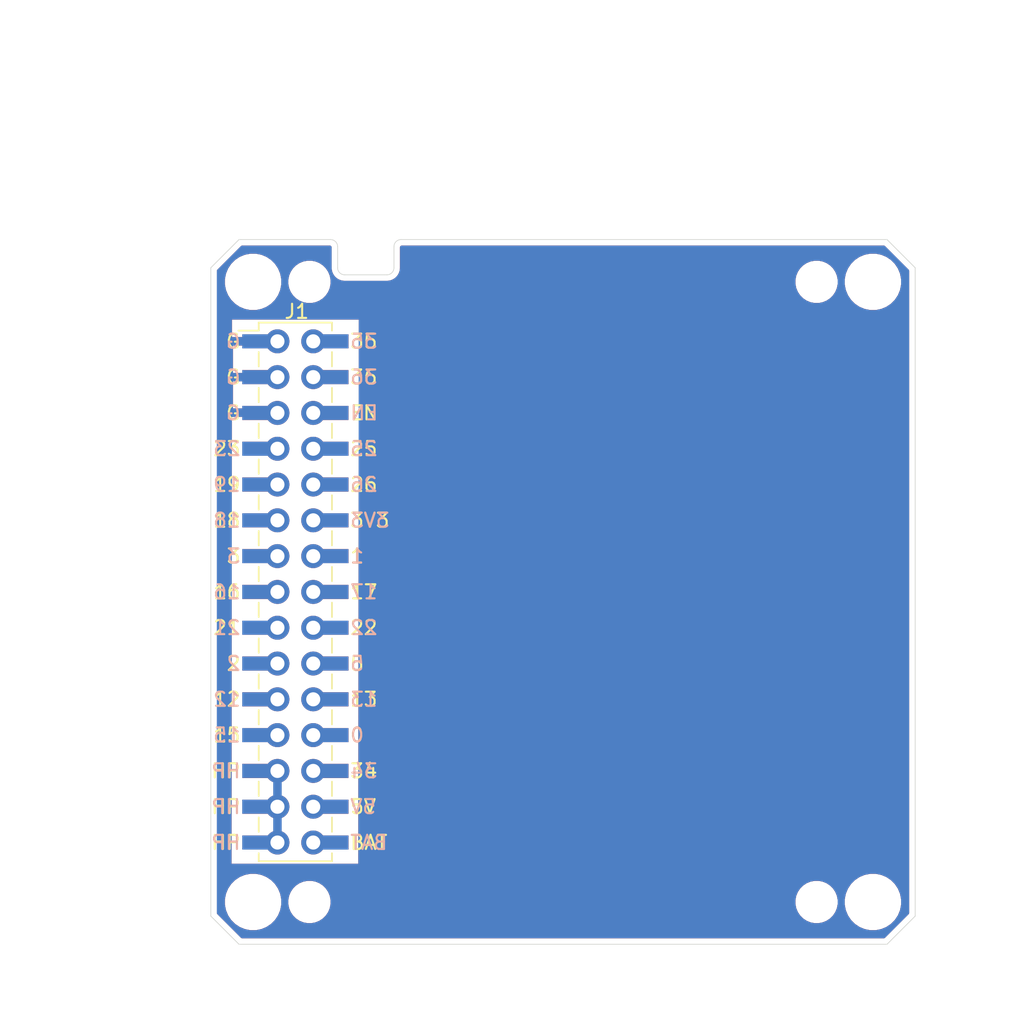
<source format=kicad_pcb>
(kicad_pcb (version 20171130) (host pcbnew "(5.1.10)-1")

  (general
    (thickness 1.6)
    (drawings 26)
    (tracks 20)
    (zones 0)
    (modules 9)
    (nets 27)
  )

  (page A4)
  (title_block
    (title BF-021)
    (date 2021-09-12)
    (rev V01L03)
    (company "Copyright 2021 BotanicFields, Inc.")
    (comment 1 "Template of M5Stack Module ")
  )

  (layers
    (0 F.Cu signal)
    (31 B.Cu signal)
    (32 B.Adhes user)
    (33 F.Adhes user)
    (34 B.Paste user)
    (35 F.Paste user)
    (36 B.SilkS user)
    (37 F.SilkS user)
    (38 B.Mask user)
    (39 F.Mask user)
    (40 Dwgs.User user)
    (41 Cmts.User user)
    (42 Eco1.User user)
    (43 Eco2.User user)
    (44 Edge.Cuts user)
    (45 Margin user)
    (46 B.CrtYd user)
    (47 F.CrtYd user)
    (48 B.Fab user)
    (49 F.Fab user)
  )

  (setup
    (last_trace_width 0.25)
    (trace_clearance 0.2)
    (zone_clearance 0.508)
    (zone_45_only no)
    (trace_min 0.2)
    (via_size 0.8)
    (via_drill 0.4)
    (via_min_size 0.4)
    (via_min_drill 0.3)
    (uvia_size 0.3)
    (uvia_drill 0.1)
    (uvias_allowed no)
    (uvia_min_size 0.2)
    (uvia_min_drill 0.1)
    (edge_width 0.05)
    (segment_width 0.2)
    (pcb_text_width 0.3)
    (pcb_text_size 1.5 1.5)
    (mod_edge_width 0.12)
    (mod_text_size 1 1)
    (mod_text_width 0.15)
    (pad_size 1.524 1.524)
    (pad_drill 0.762)
    (pad_to_mask_clearance 0.05)
    (aux_axis_origin 100 100)
    (grid_origin 100 100)
    (visible_elements 7FFFFFFF)
    (pcbplotparams
      (layerselection 0x010fc_ffffffff)
      (usegerberextensions false)
      (usegerberattributes true)
      (usegerberadvancedattributes true)
      (creategerberjobfile true)
      (excludeedgelayer true)
      (linewidth 0.100000)
      (plotframeref false)
      (viasonmask false)
      (mode 1)
      (useauxorigin false)
      (hpglpennumber 1)
      (hpglpenspeed 20)
      (hpglpendiameter 15.000000)
      (psnegative false)
      (psa4output false)
      (plotreference true)
      (plotvalue true)
      (plotinvisibletext false)
      (padsonsilk false)
      (subtractmaskfromsilk false)
      (outputformat 1)
      (mirror false)
      (drillshape 1)
      (scaleselection 1)
      (outputdirectory ""))
  )

  (net 0 "")
  (net 1 +BATT)
  (net 2 VBUS)
  (net 3 +5V)
  (net 4 /GPIO34)
  (net 5 /GPIO0)
  (net 6 /GPIO15)
  (net 7 /GPIO13)
  (net 8 /GPIO12)
  (net 9 /GPIO5)
  (net 10 /GPIO2)
  (net 11 /GPIO22)
  (net 12 /GPIO21)
  (net 13 /GPIO17)
  (net 14 /GPIO16)
  (net 15 /GPIO1)
  (net 16 /GPIO3)
  (net 17 +3V3)
  (net 18 /GPIO18)
  (net 19 /GPIO26)
  (net 20 /GPIO19)
  (net 21 /GPIO25)
  (net 22 /GPIO23)
  (net 23 /EN)
  (net 24 GND)
  (net 25 /GPIO36)
  (net 26 /GPIO35)

  (net_class Default "This is the default net class."
    (clearance 0.2)
    (trace_width 0.25)
    (via_dia 0.8)
    (via_drill 0.4)
    (uvia_dia 0.3)
    (uvia_drill 0.1)
    (add_net /EN)
    (add_net /GPIO0)
    (add_net /GPIO1)
    (add_net /GPIO12)
    (add_net /GPIO13)
    (add_net /GPIO15)
    (add_net /GPIO16)
    (add_net /GPIO17)
    (add_net /GPIO18)
    (add_net /GPIO19)
    (add_net /GPIO2)
    (add_net /GPIO21)
    (add_net /GPIO22)
    (add_net /GPIO23)
    (add_net /GPIO25)
    (add_net /GPIO26)
    (add_net /GPIO3)
    (add_net /GPIO34)
    (add_net /GPIO35)
    (add_net /GPIO36)
    (add_net /GPIO5)
  )

  (net_class Power ""
    (clearance 0.2)
    (trace_width 0.6)
    (via_dia 0.8)
    (via_drill 0.4)
    (uvia_dia 0.3)
    (uvia_drill 0.1)
    (add_net +3V3)
    (add_net +5V)
    (add_net +BATT)
    (add_net GND)
    (add_net VBUS)
  )

  (net_class Power2 ""
    (clearance 0.2)
    (trace_width 1)
    (via_dia 0.8)
    (via_drill 0.4)
    (uvia_dia 0.3)
    (uvia_drill 0.1)
  )

  (module bf:BF@MountingHole_3.2mm_M3 (layer F.Cu) (tedit 5F531B03) (tstamp 60C1EB4B)
    (at 103 53)
    (descr "Mounting Hole 3.2mm, no annular, M3")
    (tags "mounting hole 3.2mm no annular m3")
    (path /5F54EC75)
    (attr virtual)
    (fp_text reference H1 (at 0 -4.2) (layer F.SilkS) hide
      (effects (font (size 1 1) (thickness 0.15)))
    )
    (fp_text value MountingHole (at 0 4.2) (layer F.Fab) hide
      (effects (font (size 1 1) (thickness 0.15)))
    )
    (fp_text user %R (at 0.3 0) (layer F.Fab)
      (effects (font (size 1 1) (thickness 0.15)))
    )
    (fp_circle (center 0 0) (end 2 0) (layer F.CrtYd) (width 0.05))
    (pad "" np_thru_hole circle (at 0 0) (size 3.2 3.2) (drill 3.2) (layers *.Cu *.Mask))
  )

  (module bf:BF@MountingHole_3.2mm_M3 (layer F.Cu) (tedit 5F531B03) (tstamp 60C1EB51)
    (at 147 53)
    (descr "Mounting Hole 3.2mm, no annular, M3")
    (tags "mounting hole 3.2mm no annular m3")
    (path /5F54F74E)
    (attr virtual)
    (fp_text reference H2 (at 0 -4.2) (layer F.SilkS) hide
      (effects (font (size 1 1) (thickness 0.15)))
    )
    (fp_text value MountingHole (at 0 4.2) (layer F.Fab) hide
      (effects (font (size 1 1) (thickness 0.15)))
    )
    (fp_text user %R (at 0.3 0) (layer F.Fab)
      (effects (font (size 1 1) (thickness 0.15)))
    )
    (fp_circle (center 0 0) (end 2 0) (layer F.CrtYd) (width 0.05))
    (pad "" np_thru_hole circle (at 0 0) (size 3.2 3.2) (drill 3.2) (layers *.Cu *.Mask))
  )

  (module bf:BF@MountingHole_3.2mm_M3 (layer F.Cu) (tedit 5F531B03) (tstamp 60C1EB57)
    (at 147 97)
    (descr "Mounting Hole 3.2mm, no annular, M3")
    (tags "mounting hole 3.2mm no annular m3")
    (path /5F54FB16)
    (attr virtual)
    (fp_text reference H3 (at 0 -4.2) (layer F.SilkS) hide
      (effects (font (size 1 1) (thickness 0.15)))
    )
    (fp_text value MountingHole (at 0 4.2) (layer F.Fab) hide
      (effects (font (size 1 1) (thickness 0.15)))
    )
    (fp_text user %R (at 0.3 0) (layer F.Fab)
      (effects (font (size 1 1) (thickness 0.15)))
    )
    (fp_circle (center 0 0) (end 2 0) (layer F.CrtYd) (width 0.05))
    (pad "" np_thru_hole circle (at 0 0) (size 3.2 3.2) (drill 3.2) (layers *.Cu *.Mask))
  )

  (module bf:BF@MountingHole_3.2mm_M3 (layer F.Cu) (tedit 5F531B03) (tstamp 60C1EB5D)
    (at 103 97)
    (descr "Mounting Hole 3.2mm, no annular, M3")
    (tags "mounting hole 3.2mm no annular m3")
    (path /5F54FB20)
    (attr virtual)
    (fp_text reference H4 (at 0 -4.2) (layer F.SilkS) hide
      (effects (font (size 1 1) (thickness 0.15)))
    )
    (fp_text value MountingHole (at 0 4.2) (layer F.Fab) hide
      (effects (font (size 1 1) (thickness 0.15)))
    )
    (fp_text user %R (at 0.3 0) (layer F.Fab)
      (effects (font (size 1 1) (thickness 0.15)))
    )
    (fp_circle (center 0 0) (end 2 0) (layer F.CrtYd) (width 0.05))
    (pad "" np_thru_hole circle (at 0 0) (size 3.2 3.2) (drill 3.2) (layers *.Cu *.Mask))
  )

  (module bf:BF@MountingHole_2.2mm_M2 (layer F.Cu) (tedit 5F53230F) (tstamp 60C1EB63)
    (at 107 53)
    (descr "Mounting Hole 2.2mm, no annular, M2")
    (tags "mounting hole 2.2mm no annular m2")
    (path /5F550331)
    (attr virtual)
    (fp_text reference H5 (at 0 -3.2) (layer F.SilkS) hide
      (effects (font (size 1 1) (thickness 0.15)))
    )
    (fp_text value MountingHole (at 0 3.2) (layer F.Fab) hide
      (effects (font (size 1 1) (thickness 0.15)))
    )
    (fp_text user %R (at 0.3 0) (layer F.Fab)
      (effects (font (size 1 1) (thickness 0.15)))
    )
    (fp_circle (center 0 0) (end 1.5 0) (layer F.CrtYd) (width 0.05))
    (pad "" np_thru_hole circle (at 0 0) (size 2.2 2.2) (drill 2.2) (layers *.Cu *.Mask))
  )

  (module bf:BF@MountingHole_2.2mm_M2 (layer F.Cu) (tedit 5F53230F) (tstamp 60C1EB69)
    (at 143 53)
    (descr "Mounting Hole 2.2mm, no annular, M2")
    (tags "mounting hole 2.2mm no annular m2")
    (path /5F55033B)
    (attr virtual)
    (fp_text reference H6 (at 0 -3.2) (layer F.SilkS) hide
      (effects (font (size 1 1) (thickness 0.15)))
    )
    (fp_text value MountingHole (at 0 3.2) (layer F.Fab) hide
      (effects (font (size 1 1) (thickness 0.15)))
    )
    (fp_text user %R (at 0.3 0) (layer F.Fab)
      (effects (font (size 1 1) (thickness 0.15)))
    )
    (fp_circle (center 0 0) (end 1.5 0) (layer F.CrtYd) (width 0.05))
    (pad "" np_thru_hole circle (at 0 0) (size 2.2 2.2) (drill 2.2) (layers *.Cu *.Mask))
  )

  (module bf:BF@MountingHole_2.2mm_M2 (layer F.Cu) (tedit 5F53230F) (tstamp 60C1EB6F)
    (at 143 97)
    (descr "Mounting Hole 2.2mm, no annular, M2")
    (tags "mounting hole 2.2mm no annular m2")
    (path /5F550345)
    (attr virtual)
    (fp_text reference H7 (at 0 -3.2) (layer F.SilkS) hide
      (effects (font (size 1 1) (thickness 0.15)))
    )
    (fp_text value MountingHole (at 0 3.2) (layer F.Fab) hide
      (effects (font (size 1 1) (thickness 0.15)))
    )
    (fp_text user %R (at 0.3 0) (layer F.Fab)
      (effects (font (size 1 1) (thickness 0.15)))
    )
    (fp_circle (center 0 0) (end 1.5 0) (layer F.CrtYd) (width 0.05))
    (pad "" np_thru_hole circle (at 0 0) (size 2.2 2.2) (drill 2.2) (layers *.Cu *.Mask))
  )

  (module bf:BF@MountingHole_2.2mm_M2 (layer F.Cu) (tedit 5F53230F) (tstamp 60C1EB75)
    (at 107 97)
    (descr "Mounting Hole 2.2mm, no annular, M2")
    (tags "mounting hole 2.2mm no annular m2")
    (path /5F55034F)
    (attr virtual)
    (fp_text reference H8 (at 0 -3.2) (layer F.SilkS) hide
      (effects (font (size 1 1) (thickness 0.15)))
    )
    (fp_text value MountingHole (at 0 3.2) (layer F.Fab) hide
      (effects (font (size 1 1) (thickness 0.15)))
    )
    (fp_text user %R (at 0.3 0) (layer F.Fab)
      (effects (font (size 1 1) (thickness 0.15)))
    )
    (fp_circle (center 0 0) (end 1.5 0) (layer F.CrtYd) (width 0.05))
    (pad "" np_thru_hole circle (at 0 0) (size 2.2 2.2) (drill 2.2) (layers *.Cu *.Mask))
  )

  (module bf:BF@M5Stack_MBUS (layer F.Cu) (tedit 613DEBC2) (tstamp 60C1EB7B)
    (at 106 75)
    (descr "surface-mounted straight pin header, 2x15, 2.54mm pitch, double rows")
    (tags "Surface mounted pin header SMD 2x15 2.54mm double row")
    (path /5CD75190)
    (attr smd)
    (fp_text reference J1 (at 0.1 -19.9) (layer F.SilkS)
      (effects (font (size 1 1) (thickness 0.15)))
    )
    (fp_text value M-BUS (at 0 20.11) (layer F.Fab)
      (effects (font (size 0.8 0.8) (thickness 0.2)))
    )
    (fp_text user M-BUS (at 0 20.066) (layer B.Fab)
      (effects (font (size 1 1) (thickness 0.15)) (justify mirror))
    )
    (fp_text user %R (at 0 0 90) (layer B.Fab)
      (effects (font (size 1 1) (thickness 0.15)) (justify mirror))
    )
    (fp_text user HP (at -3.81 12.7 180) (layer B.SilkS)
      (effects (font (size 1 1) (thickness 0.15)) (justify left mirror))
    )
    (fp_text user 12 (at -3.81 7.62 180) (layer B.SilkS)
      (effects (font (size 1 1) (thickness 0.15)) (justify left mirror))
    )
    (fp_text user 15 (at -3.81 10.16 180) (layer B.SilkS)
      (effects (font (size 1 1) (thickness 0.15)) (justify left mirror))
    )
    (fp_text user 2 (at -3.81 5.08 180) (layer B.SilkS)
      (effects (font (size 1 1) (thickness 0.15)) (justify left mirror))
    )
    (fp_text user 21 (at -3.81 2.54 180) (layer B.SilkS)
      (effects (font (size 1 1) (thickness 0.15)) (justify left mirror))
    )
    (fp_text user 3 (at -3.81 -2.54 180) (layer B.SilkS)
      (effects (font (size 1 1) (thickness 0.15)) (justify left mirror))
    )
    (fp_text user 16 (at -3.81 0 180) (layer B.SilkS)
      (effects (font (size 1 1) (thickness 0.15)) (justify left mirror))
    )
    (fp_text user 23 (at -3.81 -10.16 180) (layer B.SilkS)
      (effects (font (size 1 1) (thickness 0.15)) (justify left mirror))
    )
    (fp_text user G (at -3.81 -15.24 180) (layer B.SilkS)
      (effects (font (size 1 1) (thickness 0.15)) (justify left mirror))
    )
    (fp_text user 18 (at -3.81 -5.08 180) (layer B.SilkS)
      (effects (font (size 1 1) (thickness 0.15)) (justify left mirror))
    )
    (fp_text user 19 (at -3.81 -7.62 180) (layer B.SilkS)
      (effects (font (size 1 1) (thickness 0.15)) (justify left mirror))
    )
    (fp_text user G (at -3.81 -12.7 180) (layer B.SilkS)
      (effects (font (size 1 1) (thickness 0.15)) (justify left mirror))
    )
    (fp_text user HP (at -3.81 17.78 180) (layer B.SilkS)
      (effects (font (size 1 1) (thickness 0.15)) (justify left mirror))
    )
    (fp_text user HP (at -3.81 15.24 180) (layer B.SilkS)
      (effects (font (size 1 1) (thickness 0.15)) (justify left mirror))
    )
    (fp_text user G (at -3.81 -17.78 180) (layer B.SilkS)
      (effects (font (size 1 1) (thickness 0.15)) (justify left mirror))
    )
    (fp_text user 35 (at 3.81 -17.78 180) (layer B.SilkS)
      (effects (font (size 1 1) (thickness 0.15)) (justify right mirror))
    )
    (fp_text user 36 (at 3.81 -15.24 180) (layer B.SilkS)
      (effects (font (size 1 1) (thickness 0.15)) (justify right mirror))
    )
    (fp_text user EN (at 3.81 -12.7 180) (layer B.SilkS)
      (effects (font (size 1 1) (thickness 0.15)) (justify right mirror))
    )
    (fp_text user 25 (at 3.81 -10.16 180) (layer B.SilkS)
      (effects (font (size 1 1) (thickness 0.15)) (justify right mirror))
    )
    (fp_text user 26 (at 3.81 -7.62 180) (layer B.SilkS)
      (effects (font (size 1 1) (thickness 0.15)) (justify right mirror))
    )
    (fp_text user 3V3 (at 3.81 -5.08 180) (layer B.SilkS)
      (effects (font (size 1 1) (thickness 0.15)) (justify right mirror))
    )
    (fp_text user 1 (at 3.81 -2.54 180) (layer B.SilkS)
      (effects (font (size 1 1) (thickness 0.15)) (justify right mirror))
    )
    (fp_text user 17 (at 3.81 0 180) (layer B.SilkS)
      (effects (font (size 1 1) (thickness 0.15)) (justify right mirror))
    )
    (fp_text user 22 (at 3.81 2.54 180) (layer B.SilkS)
      (effects (font (size 1 1) (thickness 0.15)) (justify right mirror))
    )
    (fp_text user 5 (at 3.81 5.08 180) (layer B.SilkS)
      (effects (font (size 1 1) (thickness 0.15)) (justify right mirror))
    )
    (fp_text user 13 (at 3.81 7.62 180) (layer B.SilkS)
      (effects (font (size 1 1) (thickness 0.15)) (justify right mirror))
    )
    (fp_text user 0 (at 3.81 10.16 180) (layer B.SilkS)
      (effects (font (size 1 1) (thickness 0.15)) (justify right mirror))
    )
    (fp_text user 34 (at 3.81 12.7 180) (layer B.SilkS)
      (effects (font (size 1 1) (thickness 0.15)) (justify right mirror))
    )
    (fp_text user 5V (at 3.81 15.24 180) (layer B.SilkS)
      (effects (font (size 1 1) (thickness 0.15)) (justify right mirror))
    )
    (fp_text user BAT (at 3.81 17.78 180) (layer B.SilkS)
      (effects (font (size 1 1) (thickness 0.15)) (justify right mirror))
    )
    (fp_text user 35 (at 3.81 -17.78) (layer F.SilkS)
      (effects (font (size 1 1) (thickness 0.15)) (justify left))
    )
    (fp_text user 36 (at 3.81 -15.24) (layer F.SilkS)
      (effects (font (size 1 1) (thickness 0.15)) (justify left))
    )
    (fp_text user EN (at 3.81 -12.7) (layer F.SilkS)
      (effects (font (size 1 1) (thickness 0.15)) (justify left))
    )
    (fp_text user 25 (at 3.81 -10.16) (layer F.SilkS)
      (effects (font (size 1 1) (thickness 0.15)) (justify left))
    )
    (fp_text user 26 (at 3.81 -7.62) (layer F.SilkS)
      (effects (font (size 1 1) (thickness 0.15)) (justify left))
    )
    (fp_text user 3V3 (at 3.81 -5.08) (layer F.SilkS)
      (effects (font (size 1 1) (thickness 0.15)) (justify left))
    )
    (fp_text user 1 (at 3.81 -2.54) (layer F.SilkS)
      (effects (font (size 1 1) (thickness 0.15)) (justify left))
    )
    (fp_text user 17 (at 3.81 0) (layer F.SilkS)
      (effects (font (size 1 1) (thickness 0.15)) (justify left))
    )
    (fp_text user 22 (at 3.81 2.54) (layer F.SilkS)
      (effects (font (size 1 1) (thickness 0.15)) (justify left))
    )
    (fp_text user 5 (at 3.81 5.08) (layer F.SilkS)
      (effects (font (size 1 1) (thickness 0.15)) (justify left))
    )
    (fp_text user 13 (at 3.81 7.62) (layer F.SilkS)
      (effects (font (size 1 1) (thickness 0.15)) (justify left))
    )
    (fp_text user 0 (at 3.81 10.16) (layer F.SilkS)
      (effects (font (size 1 1) (thickness 0.15)) (justify left))
    )
    (fp_text user 34 (at 3.81 12.7) (layer F.SilkS)
      (effects (font (size 1 1) (thickness 0.15)) (justify left))
    )
    (fp_text user 5V (at 3.81 15.24) (layer F.SilkS)
      (effects (font (size 1 1) (thickness 0.15)) (justify left))
    )
    (fp_text user BAT (at 3.81 17.78) (layer F.SilkS)
      (effects (font (size 1 1) (thickness 0.15)) (justify left))
    )
    (fp_text user HP (at -3.81 17.78) (layer F.SilkS)
      (effects (font (size 1 1) (thickness 0.15)) (justify right))
    )
    (fp_text user HP (at -3.81 15.24) (layer F.SilkS)
      (effects (font (size 1 1) (thickness 0.15)) (justify right))
    )
    (fp_text user HP (at -3.81 12.7) (layer F.SilkS)
      (effects (font (size 1 1) (thickness 0.15)) (justify right))
    )
    (fp_text user 15 (at -3.81 10.16) (layer F.SilkS)
      (effects (font (size 1 1) (thickness 0.15)) (justify right))
    )
    (fp_text user 12 (at -3.81 7.62) (layer F.SilkS)
      (effects (font (size 1 1) (thickness 0.15)) (justify right))
    )
    (fp_text user 2 (at -3.81 5.08) (layer F.SilkS)
      (effects (font (size 1 1) (thickness 0.15)) (justify right))
    )
    (fp_text user 21 (at -3.81 2.54) (layer F.SilkS)
      (effects (font (size 1 1) (thickness 0.15)) (justify right))
    )
    (fp_text user 16 (at -3.81 0) (layer F.SilkS)
      (effects (font (size 1 1) (thickness 0.15)) (justify right))
    )
    (fp_text user 3 (at -3.81 -2.54) (layer F.SilkS)
      (effects (font (size 1 1) (thickness 0.15)) (justify right))
    )
    (fp_text user 18 (at -3.81 -5.08) (layer F.SilkS)
      (effects (font (size 1 1) (thickness 0.15)) (justify right))
    )
    (fp_text user 19 (at -3.81 -7.62) (layer F.SilkS)
      (effects (font (size 1 1) (thickness 0.15)) (justify right))
    )
    (fp_text user 23 (at -3.81 -10.16) (layer F.SilkS)
      (effects (font (size 1 1) (thickness 0.15)) (justify right))
    )
    (fp_text user G (at -3.81 -12.7) (layer F.SilkS)
      (effects (font (size 1 1) (thickness 0.15)) (justify right))
    )
    (fp_text user G (at -3.81 -15.24) (layer F.SilkS)
      (effects (font (size 1 1) (thickness 0.15)) (justify right))
    )
    (fp_text user G (at -3.81 -17.78) (layer F.SilkS)
      (effects (font (size 1 1) (thickness 0.15)) (justify right))
    )
    (fp_text user %R (at 0 0 90) (layer F.Fab)
      (effects (font (size 1 1) (thickness 0.15)))
    )
    (fp_poly (pts (xy -1.9685 17.3355) (xy -3.683 17.3355) (xy -3.683 18.2245) (xy -1.9685 18.2245)) (layer B.Paste) (width 0.1))
    (fp_poly (pts (xy 3.683 17.3355) (xy 1.9685 17.3355) (xy 1.9685 18.2245) (xy 3.683 18.2245)) (layer B.Paste) (width 0.1))
    (fp_poly (pts (xy -1.9685 14.7955) (xy -3.683 14.7955) (xy -3.683 15.6845) (xy -1.9685 15.6845)) (layer B.Paste) (width 0.1))
    (fp_poly (pts (xy 3.683 14.7955) (xy 1.9685 14.7955) (xy 1.9685 15.6845) (xy 3.683 15.6845)) (layer B.Paste) (width 0.1))
    (fp_poly (pts (xy 3.683 12.2555) (xy 1.9685 12.2555) (xy 1.9685 13.1445) (xy 3.683 13.1445)) (layer B.Paste) (width 0.1))
    (fp_poly (pts (xy -1.9685 12.2555) (xy -3.683 12.2555) (xy -3.683 13.1445) (xy -1.9685 13.1445)) (layer B.Paste) (width 0.1))
    (fp_poly (pts (xy 3.683 9.7155) (xy 1.9685 9.7155) (xy 1.9685 10.6045) (xy 3.683 10.6045)) (layer B.Paste) (width 0.1))
    (fp_poly (pts (xy -1.9685 9.7155) (xy -3.683 9.7155) (xy -3.683 10.6045) (xy -1.9685 10.6045)) (layer B.Paste) (width 0.1))
    (fp_poly (pts (xy 3.683 7.1755) (xy 1.9685 7.1755) (xy 1.9685 8.0645) (xy 3.683 8.0645)) (layer B.Paste) (width 0.1))
    (fp_poly (pts (xy -1.9685 7.1755) (xy -3.683 7.1755) (xy -3.683 8.0645) (xy -1.9685 8.0645)) (layer B.Paste) (width 0.1))
    (fp_poly (pts (xy -1.9685 4.6355) (xy -3.683 4.6355) (xy -3.683 5.5245) (xy -1.9685 5.5245)) (layer B.Paste) (width 0.1))
    (fp_poly (pts (xy 3.683 4.6355) (xy 1.9685 4.6355) (xy 1.9685 5.5245) (xy 3.683 5.5245)) (layer B.Paste) (width 0.1))
    (fp_poly (pts (xy 3.683 2.0955) (xy 1.9685 2.0955) (xy 1.9685 2.9845) (xy 3.683 2.9845)) (layer B.Paste) (width 0.1))
    (fp_poly (pts (xy -1.9685 2.0955) (xy -3.683 2.0955) (xy -3.683 2.9845) (xy -1.9685 2.9845)) (layer B.Paste) (width 0.1))
    (fp_poly (pts (xy -1.9685 -0.4445) (xy -3.683 -0.4445) (xy -3.683 0.4445) (xy -1.9685 0.4445)) (layer B.Paste) (width 0.1))
    (fp_poly (pts (xy 3.683 -0.4445) (xy 1.9685 -0.4445) (xy 1.9685 0.4445) (xy 3.683 0.4445)) (layer B.Paste) (width 0.1))
    (fp_poly (pts (xy 3.683 -2.9845) (xy 1.9685 -2.9845) (xy 1.9685 -2.0955) (xy 3.683 -2.0955)) (layer B.Paste) (width 0.1))
    (fp_poly (pts (xy -1.9685 -2.9845) (xy -3.683 -2.9845) (xy -3.683 -2.0955) (xy -1.9685 -2.0955)) (layer B.Paste) (width 0.1))
    (fp_poly (pts (xy -1.9685 -5.5245) (xy -3.683 -5.5245) (xy -3.683 -4.6355) (xy -1.9685 -4.6355)) (layer B.Paste) (width 0.1))
    (fp_poly (pts (xy 3.683 -5.5245) (xy 1.9685 -5.5245) (xy 1.9685 -4.6355) (xy 3.683 -4.6355)) (layer B.Paste) (width 0.1))
    (fp_poly (pts (xy 3.683 -8.0645) (xy 1.9685 -8.0645) (xy 1.9685 -7.1755) (xy 3.683 -7.1755)) (layer B.Paste) (width 0.1))
    (fp_poly (pts (xy -1.9685 -8.0645) (xy -3.683 -8.0645) (xy -3.683 -7.1755) (xy -1.9685 -7.1755)) (layer B.Paste) (width 0.1))
    (fp_poly (pts (xy -1.9685 -10.6045) (xy -3.683 -10.6045) (xy -3.683 -9.7155) (xy -1.9685 -9.7155)) (layer B.Paste) (width 0.1))
    (fp_poly (pts (xy 3.683 -10.6045) (xy 1.9685 -10.6045) (xy 1.9685 -9.7155) (xy 3.683 -9.7155)) (layer B.Paste) (width 0.1))
    (fp_poly (pts (xy -1.9685 -13.1445) (xy -3.683 -13.1445) (xy -3.683 -12.2555) (xy -1.9685 -12.2555)) (layer B.Paste) (width 0.1))
    (fp_poly (pts (xy 3.683 -13.1445) (xy 1.9685 -13.1445) (xy 1.9685 -12.2555) (xy 3.683 -12.2555)) (layer B.Paste) (width 0.1))
    (fp_poly (pts (xy 3.683 -15.6845) (xy 1.9685 -15.6845) (xy 1.9685 -14.7955) (xy 3.683 -14.7955)) (layer B.Paste) (width 0.1))
    (fp_poly (pts (xy -1.9685 -15.6845) (xy -3.683 -15.6845) (xy -3.683 -14.7955) (xy -1.9685 -14.7955)) (layer B.Paste) (width 0.1))
    (fp_poly (pts (xy 3.683 -18.2245) (xy 1.9685 -18.2245) (xy 1.9685 -17.3355) (xy 3.683 -17.3355)) (layer B.Paste) (width 0.1))
    (fp_poly (pts (xy -1.9685 -18.2245) (xy -3.683 -18.2245) (xy -3.683 -17.3355) (xy -1.9685 -17.3355)) (layer B.Paste) (width 0.1))
    (fp_poly (pts (xy 3.683 18.2245) (xy 1.9685 18.2245) (xy 1.9685 17.3355) (xy 3.683 17.3355)) (layer F.Paste) (width 0.1))
    (fp_poly (pts (xy -1.9685 18.2245) (xy -3.683 18.2245) (xy -3.683 17.3355) (xy -1.9685 17.3355)) (layer F.Paste) (width 0.1))
    (fp_poly (pts (xy 3.683 15.6845) (xy 1.9685 15.6845) (xy 1.9685 14.7955) (xy 3.683 14.7955)) (layer F.Paste) (width 0.1))
    (fp_poly (pts (xy -1.9685 15.6845) (xy -3.683 15.6845) (xy -3.683 14.7955) (xy -1.9685 14.7955)) (layer F.Paste) (width 0.1))
    (fp_poly (pts (xy 3.683 13.1445) (xy 1.9685 13.1445) (xy 1.9685 12.2555) (xy 3.683 12.2555)) (layer F.Paste) (width 0.1))
    (fp_poly (pts (xy -1.9685 13.1445) (xy -3.683 13.1445) (xy -3.683 12.2555) (xy -1.9685 12.2555)) (layer F.Paste) (width 0.1))
    (fp_poly (pts (xy -1.9685 10.6045) (xy -3.683 10.6045) (xy -3.683 9.7155) (xy -1.9685 9.7155)) (layer F.Paste) (width 0.1))
    (fp_poly (pts (xy 3.683 10.6045) (xy 1.9685 10.6045) (xy 1.9685 9.7155) (xy 3.683 9.7155)) (layer F.Paste) (width 0.1))
    (fp_poly (pts (xy 3.683 8.0645) (xy 1.9685 8.0645) (xy 1.9685 7.1755) (xy 3.683 7.1755)) (layer F.Paste) (width 0.1))
    (fp_poly (pts (xy -1.9685 8.0645) (xy -3.683 8.0645) (xy -3.683 7.1755) (xy -1.9685 7.1755)) (layer F.Paste) (width 0.1))
    (fp_poly (pts (xy 3.683 5.5245) (xy 1.9685 5.5245) (xy 1.9685 4.6355) (xy 3.683 4.6355)) (layer F.Paste) (width 0.1))
    (fp_poly (pts (xy -1.9685 5.5245) (xy -3.683 5.5245) (xy -3.683 4.6355) (xy -1.9685 4.6355)) (layer F.Paste) (width 0.1))
    (fp_poly (pts (xy -1.9685 2.9845) (xy -3.683 2.9845) (xy -3.683 2.0955) (xy -1.9685 2.0955)) (layer F.Paste) (width 0.1))
    (fp_poly (pts (xy 3.683 2.9845) (xy 1.9685 2.9845) (xy 1.9685 2.0955) (xy 3.683 2.0955)) (layer F.Paste) (width 0.1))
    (fp_poly (pts (xy -1.9685 0.4445) (xy -3.683 0.4445) (xy -3.683 -0.4445) (xy -1.9685 -0.4445)) (layer F.Paste) (width 0.1))
    (fp_poly (pts (xy 3.683 0.4445) (xy 1.9685 0.4445) (xy 1.9685 -0.4445) (xy 3.683 -0.4445)) (layer F.Paste) (width 0.1))
    (fp_poly (pts (xy 3.683 -2.0955) (xy 1.9685 -2.0955) (xy 1.9685 -2.9845) (xy 3.683 -2.9845)) (layer F.Paste) (width 0.1))
    (fp_poly (pts (xy -1.9685 -2.0955) (xy -3.683 -2.0955) (xy -3.683 -2.9845) (xy -1.9685 -2.9845)) (layer F.Paste) (width 0.1))
    (fp_poly (pts (xy 3.683 -4.6355) (xy 1.9685 -4.6355) (xy 1.9685 -5.5245) (xy 3.683 -5.5245)) (layer F.Paste) (width 0.1))
    (fp_poly (pts (xy -1.9685 -4.6355) (xy -3.683 -4.6355) (xy -3.683 -5.5245) (xy -1.9685 -5.5245)) (layer F.Paste) (width 0.1))
    (fp_poly (pts (xy -1.9685 -7.1755) (xy -3.683 -7.1755) (xy -3.683 -8.0645) (xy -1.9685 -8.0645)) (layer F.Paste) (width 0.1))
    (fp_poly (pts (xy 3.683 -7.1755) (xy 1.9685 -7.1755) (xy 1.9685 -8.0645) (xy 3.683 -8.0645)) (layer F.Paste) (width 0.1))
    (fp_poly (pts (xy -1.9685 -9.7155) (xy -3.683 -9.7155) (xy -3.683 -10.6045) (xy -1.9685 -10.6045)) (layer F.Paste) (width 0.1))
    (fp_poly (pts (xy 3.683 -9.7155) (xy 1.9685 -9.7155) (xy 1.9685 -10.6045) (xy 3.683 -10.6045)) (layer F.Paste) (width 0.1))
    (fp_poly (pts (xy 3.683 -12.2555) (xy 1.9685 -12.2555) (xy 1.9685 -13.1445) (xy 3.683 -13.1445)) (layer F.Paste) (width 0.1))
    (fp_poly (pts (xy -1.9685 -12.2555) (xy -3.683 -12.2555) (xy -3.683 -13.1445) (xy -1.9685 -13.1445)) (layer F.Paste) (width 0.1))
    (fp_poly (pts (xy 3.683 -14.7955) (xy 1.9685 -14.7955) (xy 1.9685 -15.6845) (xy 3.683 -15.6845)) (layer F.Paste) (width 0.1))
    (fp_poly (pts (xy -1.9685 -14.7955) (xy -3.683 -14.7955) (xy -3.683 -15.6845) (xy -1.9685 -15.6845)) (layer F.Paste) (width 0.1))
    (fp_poly (pts (xy 3.683 -17.3355) (xy 1.9685 -17.3355) (xy 1.9685 -18.2245) (xy 3.683 -18.2245)) (layer F.Paste) (width 0.1))
    (fp_poly (pts (xy -1.9685 -17.3355) (xy -3.683 -17.3355) (xy -3.683 -18.2245) (xy -1.9685 -18.2245)) (layer F.Paste) (width 0.1))
    (fp_line (start -3.6 -18.1) (end -3.6 -17.46) (layer F.Fab) (width 0.1))
    (fp_line (start -3.6 -17.46) (end -2.54 -17.46) (layer F.Fab) (width 0.1))
    (fp_line (start 2.54 19.05) (end -2.54 19.05) (layer F.Fab) (width 0.1))
    (fp_line (start -2.54 -19.05) (end 1.524 -19.05) (layer F.Fab) (width 0.1))
    (fp_line (start -2.54 19.05) (end -2.54 -19.05) (layer F.Fab) (width 0.1))
    (fp_line (start 2.54 -18.1) (end 1.524 -19.05) (layer F.Fab) (width 0.1))
    (fp_line (start 2.54 -18.1) (end 2.54 19.05) (layer F.Fab) (width 0.1))
    (fp_line (start -2.54 -18.1) (end -3.6 -18.1) (layer F.Fab) (width 0.1))
    (fp_line (start 2.54 -18.1) (end 3.6 -18.1) (layer F.Fab) (width 0.1))
    (fp_line (start 3.6 -18.1) (end 3.6 -17.46) (layer F.Fab) (width 0.1))
    (fp_line (start 3.6 -17.46) (end 2.54 -17.46) (layer F.Fab) (width 0.1))
    (fp_line (start -2.54 -15.56) (end -3.6 -15.56) (layer F.Fab) (width 0.1))
    (fp_line (start -3.6 -15.56) (end -3.6 -14.92) (layer F.Fab) (width 0.1))
    (fp_line (start -3.6 -14.92) (end -2.54 -14.92) (layer F.Fab) (width 0.1))
    (fp_line (start 2.54 -15.56) (end 3.6 -15.56) (layer F.Fab) (width 0.1))
    (fp_line (start 3.6 -15.56) (end 3.6 -14.92) (layer F.Fab) (width 0.1))
    (fp_line (start 3.6 -14.92) (end 2.54 -14.92) (layer F.Fab) (width 0.1))
    (fp_line (start -2.54 -13.02) (end -3.6 -13.02) (layer F.Fab) (width 0.1))
    (fp_line (start -3.6 -13.02) (end -3.6 -12.38) (layer F.Fab) (width 0.1))
    (fp_line (start -3.6 -12.38) (end -2.54 -12.38) (layer F.Fab) (width 0.1))
    (fp_line (start 2.54 -13.02) (end 3.6 -13.02) (layer F.Fab) (width 0.1))
    (fp_line (start 3.6 -13.02) (end 3.6 -12.38) (layer F.Fab) (width 0.1))
    (fp_line (start 3.6 -12.38) (end 2.54 -12.38) (layer F.Fab) (width 0.1))
    (fp_line (start -2.54 -10.48) (end -3.6 -10.48) (layer F.Fab) (width 0.1))
    (fp_line (start -3.6 -10.48) (end -3.6 -9.84) (layer F.Fab) (width 0.1))
    (fp_line (start -3.6 -9.84) (end -2.54 -9.84) (layer F.Fab) (width 0.1))
    (fp_line (start 2.54 -10.48) (end 3.6 -10.48) (layer F.Fab) (width 0.1))
    (fp_line (start 3.6 -10.48) (end 3.6 -9.84) (layer F.Fab) (width 0.1))
    (fp_line (start 3.6 -9.84) (end 2.54 -9.84) (layer F.Fab) (width 0.1))
    (fp_line (start -2.54 -7.94) (end -3.6 -7.94) (layer F.Fab) (width 0.1))
    (fp_line (start -3.6 -7.94) (end -3.6 -7.3) (layer F.Fab) (width 0.1))
    (fp_line (start -3.6 -7.3) (end -2.54 -7.3) (layer F.Fab) (width 0.1))
    (fp_line (start 2.54 -7.94) (end 3.6 -7.94) (layer F.Fab) (width 0.1))
    (fp_line (start 3.6 -7.94) (end 3.6 -7.3) (layer F.Fab) (width 0.1))
    (fp_line (start 3.6 -7.3) (end 2.54 -7.3) (layer F.Fab) (width 0.1))
    (fp_line (start -2.54 -5.4) (end -3.6 -5.4) (layer F.Fab) (width 0.1))
    (fp_line (start -3.6 -5.4) (end -3.6 -4.76) (layer F.Fab) (width 0.1))
    (fp_line (start -3.6 -4.76) (end -2.54 -4.76) (layer F.Fab) (width 0.1))
    (fp_line (start 2.54 -5.4) (end 3.6 -5.4) (layer F.Fab) (width 0.1))
    (fp_line (start 3.6 -5.4) (end 3.6 -4.76) (layer F.Fab) (width 0.1))
    (fp_line (start 3.6 -4.76) (end 2.54 -4.76) (layer F.Fab) (width 0.1))
    (fp_line (start -2.54 -2.86) (end -3.6 -2.86) (layer F.Fab) (width 0.1))
    (fp_line (start -3.6 -2.86) (end -3.6 -2.22) (layer F.Fab) (width 0.1))
    (fp_line (start -3.6 -2.22) (end -2.54 -2.22) (layer F.Fab) (width 0.1))
    (fp_line (start 2.54 -2.86) (end 3.6 -2.86) (layer F.Fab) (width 0.1))
    (fp_line (start 3.6 -2.86) (end 3.6 -2.22) (layer F.Fab) (width 0.1))
    (fp_line (start 3.6 -2.22) (end 2.54 -2.22) (layer F.Fab) (width 0.1))
    (fp_line (start -2.54 -0.32) (end -3.6 -0.32) (layer F.Fab) (width 0.1))
    (fp_line (start -3.6 -0.32) (end -3.6 0.32) (layer F.Fab) (width 0.1))
    (fp_line (start -3.6 0.32) (end -2.54 0.32) (layer F.Fab) (width 0.1))
    (fp_line (start 2.54 -0.32) (end 3.6 -0.32) (layer F.Fab) (width 0.1))
    (fp_line (start 3.6 -0.32) (end 3.6 0.32) (layer F.Fab) (width 0.1))
    (fp_line (start 3.6 0.32) (end 2.54 0.32) (layer F.Fab) (width 0.1))
    (fp_line (start -2.54 2.22) (end -3.6 2.22) (layer F.Fab) (width 0.1))
    (fp_line (start -3.6 2.22) (end -3.6 2.86) (layer F.Fab) (width 0.1))
    (fp_line (start -3.6 2.86) (end -2.54 2.86) (layer F.Fab) (width 0.1))
    (fp_line (start 2.54 2.22) (end 3.6 2.22) (layer F.Fab) (width 0.1))
    (fp_line (start 3.6 2.22) (end 3.6 2.86) (layer F.Fab) (width 0.1))
    (fp_line (start 3.6 2.86) (end 2.54 2.86) (layer F.Fab) (width 0.1))
    (fp_line (start -2.54 4.76) (end -3.6 4.76) (layer F.Fab) (width 0.1))
    (fp_line (start -3.6 4.76) (end -3.6 5.4) (layer F.Fab) (width 0.1))
    (fp_line (start -3.6 5.4) (end -2.54 5.4) (layer F.Fab) (width 0.1))
    (fp_line (start 2.54 4.76) (end 3.6 4.76) (layer F.Fab) (width 0.1))
    (fp_line (start 3.6 4.76) (end 3.6 5.4) (layer F.Fab) (width 0.1))
    (fp_line (start 3.6 5.4) (end 2.54 5.4) (layer F.Fab) (width 0.1))
    (fp_line (start -2.54 7.3) (end -3.6 7.3) (layer F.Fab) (width 0.1))
    (fp_line (start -3.6 7.3) (end -3.6 7.94) (layer F.Fab) (width 0.1))
    (fp_line (start -3.6 7.94) (end -2.54 7.94) (layer F.Fab) (width 0.1))
    (fp_line (start 2.54 7.3) (end 3.6 7.3) (layer F.Fab) (width 0.1))
    (fp_line (start 3.6 7.3) (end 3.6 7.94) (layer F.Fab) (width 0.1))
    (fp_line (start 3.6 7.94) (end 2.54 7.94) (layer F.Fab) (width 0.1))
    (fp_line (start -2.54 9.84) (end -3.6 9.84) (layer F.Fab) (width 0.1))
    (fp_line (start -3.6 9.84) (end -3.6 10.48) (layer F.Fab) (width 0.1))
    (fp_line (start -3.6 10.48) (end -2.54 10.48) (layer F.Fab) (width 0.1))
    (fp_line (start 2.54 9.84) (end 3.6 9.84) (layer F.Fab) (width 0.1))
    (fp_line (start 3.6 9.84) (end 3.6 10.48) (layer F.Fab) (width 0.1))
    (fp_line (start 3.6 10.48) (end 2.54 10.48) (layer F.Fab) (width 0.1))
    (fp_line (start -2.54 12.38) (end -3.6 12.38) (layer F.Fab) (width 0.1))
    (fp_line (start -3.6 12.38) (end -3.6 13.02) (layer F.Fab) (width 0.1))
    (fp_line (start -3.6 13.02) (end -2.54 13.02) (layer F.Fab) (width 0.1))
    (fp_line (start 2.54 12.38) (end 3.6 12.38) (layer F.Fab) (width 0.1))
    (fp_line (start 3.6 12.38) (end 3.6 13.02) (layer F.Fab) (width 0.1))
    (fp_line (start 3.6 13.02) (end 2.54 13.02) (layer F.Fab) (width 0.1))
    (fp_line (start -2.54 14.92) (end -3.6 14.92) (layer F.Fab) (width 0.1))
    (fp_line (start -3.6 14.92) (end -3.6 15.56) (layer F.Fab) (width 0.1))
    (fp_line (start -3.6 15.56) (end -2.54 15.56) (layer F.Fab) (width 0.1))
    (fp_line (start 2.54 14.92) (end 3.6 14.92) (layer F.Fab) (width 0.1))
    (fp_line (start 3.6 14.92) (end 3.6 15.56) (layer F.Fab) (width 0.1))
    (fp_line (start 3.6 15.56) (end 2.54 15.56) (layer F.Fab) (width 0.1))
    (fp_line (start -2.54 17.46) (end -3.6 17.46) (layer F.Fab) (width 0.1))
    (fp_line (start -3.6 17.46) (end -3.6 18.1) (layer F.Fab) (width 0.1))
    (fp_line (start -3.6 18.1) (end -2.54 18.1) (layer F.Fab) (width 0.1))
    (fp_line (start 2.54 17.46) (end 3.6 17.46) (layer F.Fab) (width 0.1))
    (fp_line (start 3.6 17.46) (end 3.6 18.1) (layer F.Fab) (width 0.1))
    (fp_line (start 3.6 18.1) (end 2.54 18.1) (layer F.Fab) (width 0.1))
    (fp_line (start -2.6 -19.11) (end 2.6 -19.11) (layer F.SilkS) (width 0.12))
    (fp_line (start -2.6 19.11) (end 2.6 19.11) (layer F.SilkS) (width 0.12))
    (fp_line (start -4.04 -18.54) (end -2.6 -18.54) (layer F.SilkS) (width 0.12))
    (fp_line (start -2.6 -19.11) (end -2.6 -18.54) (layer F.SilkS) (width 0.12))
    (fp_line (start 2.6 -19.11) (end 2.6 -18.54) (layer F.SilkS) (width 0.12))
    (fp_line (start -2.6 18.54) (end -2.6 19.11) (layer F.SilkS) (width 0.12))
    (fp_line (start 2.6 18.54) (end 2.6 19.11) (layer F.SilkS) (width 0.12))
    (fp_line (start -2.6 -17.02) (end -2.6 -16) (layer F.SilkS) (width 0.12))
    (fp_line (start 2.6 -17.02) (end 2.6 -16) (layer F.SilkS) (width 0.12))
    (fp_line (start -2.6 -14.48) (end -2.6 -13.46) (layer F.SilkS) (width 0.12))
    (fp_line (start 2.6 -14.48) (end 2.6 -13.46) (layer F.SilkS) (width 0.12))
    (fp_line (start -2.6 -11.94) (end -2.6 -10.92) (layer F.SilkS) (width 0.12))
    (fp_line (start 2.6 -11.94) (end 2.6 -10.92) (layer F.SilkS) (width 0.12))
    (fp_line (start -2.6 -9.4) (end -2.6 -8.38) (layer F.SilkS) (width 0.12))
    (fp_line (start 2.6 -9.4) (end 2.6 -8.38) (layer F.SilkS) (width 0.12))
    (fp_line (start -2.6 -6.86) (end -2.6 -5.84) (layer F.SilkS) (width 0.12))
    (fp_line (start 2.6 -6.86) (end 2.6 -5.84) (layer F.SilkS) (width 0.12))
    (fp_line (start -2.6 -4.32) (end -2.6 -3.3) (layer F.SilkS) (width 0.12))
    (fp_line (start 2.6 -4.32) (end 2.6 -3.3) (layer F.SilkS) (width 0.12))
    (fp_line (start -2.6 -1.78) (end -2.6 -0.76) (layer F.SilkS) (width 0.12))
    (fp_line (start 2.6 -1.78) (end 2.6 -0.76) (layer F.SilkS) (width 0.12))
    (fp_line (start -2.6 0.76) (end -2.6 1.78) (layer F.SilkS) (width 0.12))
    (fp_line (start 2.6 0.76) (end 2.6 1.78) (layer F.SilkS) (width 0.12))
    (fp_line (start -2.6 3.3) (end -2.6 4.32) (layer F.SilkS) (width 0.12))
    (fp_line (start 2.6 3.3) (end 2.6 4.32) (layer F.SilkS) (width 0.12))
    (fp_line (start -2.6 5.84) (end -2.6 6.86) (layer F.SilkS) (width 0.12))
    (fp_line (start 2.6 5.84) (end 2.6 6.86) (layer F.SilkS) (width 0.12))
    (fp_line (start -2.6 8.38) (end -2.6 9.4) (layer F.SilkS) (width 0.12))
    (fp_line (start 2.6 8.38) (end 2.6 9.4) (layer F.SilkS) (width 0.12))
    (fp_line (start -2.6 10.92) (end -2.6 11.94) (layer F.SilkS) (width 0.12))
    (fp_line (start 2.6 10.92) (end 2.6 11.94) (layer F.SilkS) (width 0.12))
    (fp_line (start -2.6 13.46) (end -2.6 14.48) (layer F.SilkS) (width 0.12))
    (fp_line (start 2.6 13.46) (end 2.6 14.48) (layer F.SilkS) (width 0.12))
    (fp_line (start -2.6 16) (end -2.6 17.02) (layer F.SilkS) (width 0.12))
    (fp_line (start 2.6 16) (end 2.6 17.02) (layer F.SilkS) (width 0.12))
    (fp_line (start -4.5 -19.6) (end -4.5 19.6) (layer F.CrtYd) (width 0.05))
    (fp_line (start -4.5 19.6) (end 4.5 19.6) (layer F.CrtYd) (width 0.05))
    (fp_line (start 4.5 19.6) (end 4.5 -19.6) (layer F.CrtYd) (width 0.05))
    (fp_line (start 4.5 -19.6) (end -4.5 -19.6) (layer F.CrtYd) (width 0.05))
    (fp_line (start 4.5 -19.6) (end 4.5 19.6) (layer B.CrtYd) (width 0.05))
    (fp_line (start -4.5 19.6) (end -4.5 -19.6) (layer B.CrtYd) (width 0.05))
    (fp_line (start 4.5 19.6) (end -4.5 19.6) (layer B.CrtYd) (width 0.05))
    (fp_line (start -4.5 -19.6) (end 4.5 -19.6) (layer B.CrtYd) (width 0.05))
    (fp_line (start -3.6 -7.94) (end -3.6 -7.3) (layer B.Fab) (width 0.1))
    (fp_line (start 3.6 -14.92) (end 2.54 -14.92) (layer B.Fab) (width 0.1))
    (fp_line (start 2.54 -7.94) (end 3.6 -7.94) (layer B.Fab) (width 0.1))
    (fp_line (start 3.6 -18.1) (end 3.6 -17.46) (layer B.Fab) (width 0.1))
    (fp_line (start -3.6 -15.56) (end -3.6 -14.92) (layer B.Fab) (width 0.1))
    (fp_line (start -3.6 -10.48) (end -3.6 -9.84) (layer B.Fab) (width 0.1))
    (fp_line (start 3.6 -17.46) (end 2.54 -17.46) (layer B.Fab) (width 0.1))
    (fp_line (start -2.54 -13.02) (end -3.6 -13.02) (layer B.Fab) (width 0.1))
    (fp_line (start -2.54 -10.48) (end -3.6 -10.48) (layer B.Fab) (width 0.1))
    (fp_line (start 2.54 -18.1) (end 3.6 -18.1) (layer B.Fab) (width 0.1))
    (fp_line (start -3.6 -13.02) (end -3.6 -12.38) (layer B.Fab) (width 0.1))
    (fp_line (start 2.54 -13.02) (end 3.6 -13.02) (layer B.Fab) (width 0.1))
    (fp_line (start 2.54 -18.1) (end 1.524 -19.05) (layer B.Fab) (width 0.1))
    (fp_line (start -3.6 -18.1) (end -3.6 -17.46) (layer B.Fab) (width 0.1))
    (fp_line (start -2.54 19.05) (end -2.54 -19.05) (layer B.Fab) (width 0.1))
    (fp_line (start 3.6 -9.84) (end 2.54 -9.84) (layer B.Fab) (width 0.1))
    (fp_line (start -3.6 -14.92) (end -2.54 -14.92) (layer B.Fab) (width 0.1))
    (fp_line (start 3.6 -10.48) (end 3.6 -9.84) (layer B.Fab) (width 0.1))
    (fp_line (start 2.54 19.05) (end -2.54 19.05) (layer B.Fab) (width 0.1))
    (fp_line (start -3.6 -12.38) (end -2.54 -12.38) (layer B.Fab) (width 0.1))
    (fp_line (start 3.6 -7.94) (end 3.6 -7.3) (layer B.Fab) (width 0.1))
    (fp_line (start 3.6 -7.3) (end 2.54 -7.3) (layer B.Fab) (width 0.1))
    (fp_line (start -2.54 -19.05) (end 1.524 -19.05) (layer B.Fab) (width 0.1))
    (fp_line (start -2.54 -7.94) (end -3.6 -7.94) (layer B.Fab) (width 0.1))
    (fp_line (start -3.6 -7.3) (end -2.54 -7.3) (layer B.Fab) (width 0.1))
    (fp_line (start -2.54 -5.4) (end -3.6 -5.4) (layer B.Fab) (width 0.1))
    (fp_line (start -3.6 -9.84) (end -2.54 -9.84) (layer B.Fab) (width 0.1))
    (fp_line (start 3.6 -13.02) (end 3.6 -12.38) (layer B.Fab) (width 0.1))
    (fp_line (start -3.6 -5.4) (end -3.6 -4.76) (layer B.Fab) (width 0.1))
    (fp_line (start 3.6 -15.56) (end 3.6 -14.92) (layer B.Fab) (width 0.1))
    (fp_line (start 3.6 -12.38) (end 2.54 -12.38) (layer B.Fab) (width 0.1))
    (fp_line (start -2.54 -18.1) (end -3.6 -18.1) (layer B.Fab) (width 0.1))
    (fp_line (start 2.54 -18.1) (end 2.54 19.05) (layer B.Fab) (width 0.1))
    (fp_line (start -3.6 -17.46) (end -2.54 -17.46) (layer B.Fab) (width 0.1))
    (fp_line (start -2.54 -15.56) (end -3.6 -15.56) (layer B.Fab) (width 0.1))
    (fp_line (start 2.54 -15.56) (end 3.6 -15.56) (layer B.Fab) (width 0.1))
    (fp_line (start 2.54 -10.48) (end 3.6 -10.48) (layer B.Fab) (width 0.1))
    (fp_line (start 3.6 0.32) (end 2.54 0.32) (layer B.Fab) (width 0.1))
    (fp_line (start 3.6 14.92) (end 3.6 15.56) (layer B.Fab) (width 0.1))
    (fp_line (start -3.6 13.02) (end -2.54 13.02) (layer B.Fab) (width 0.1))
    (fp_line (start -2.54 2.22) (end -3.6 2.22) (layer B.Fab) (width 0.1))
    (fp_line (start -3.6 9.84) (end -3.6 10.48) (layer B.Fab) (width 0.1))
    (fp_line (start 3.6 17.46) (end 3.6 18.1) (layer B.Fab) (width 0.1))
    (fp_line (start -3.6 17.46) (end -3.6 18.1) (layer B.Fab) (width 0.1))
    (fp_line (start -2.54 -2.86) (end -3.6 -2.86) (layer B.Fab) (width 0.1))
    (fp_line (start 2.54 12.38) (end 3.6 12.38) (layer B.Fab) (width 0.1))
    (fp_line (start -3.6 -4.76) (end -2.54 -4.76) (layer B.Fab) (width 0.1))
    (fp_line (start 2.54 14.92) (end 3.6 14.92) (layer B.Fab) (width 0.1))
    (fp_line (start -2.54 4.76) (end -3.6 4.76) (layer B.Fab) (width 0.1))
    (fp_line (start 3.6 -0.32) (end 3.6 0.32) (layer B.Fab) (width 0.1))
    (fp_line (start 3.6 7.3) (end 3.6 7.94) (layer B.Fab) (width 0.1))
    (fp_line (start 2.54 7.3) (end 3.6 7.3) (layer B.Fab) (width 0.1))
    (fp_line (start 3.6 7.94) (end 2.54 7.94) (layer B.Fab) (width 0.1))
    (fp_line (start 3.6 9.84) (end 3.6 10.48) (layer B.Fab) (width 0.1))
    (fp_line (start -3.6 12.38) (end -3.6 13.02) (layer B.Fab) (width 0.1))
    (fp_line (start 3.6 12.38) (end 3.6 13.02) (layer B.Fab) (width 0.1))
    (fp_line (start -3.6 2.86) (end -2.54 2.86) (layer B.Fab) (width 0.1))
    (fp_line (start -3.6 2.22) (end -3.6 2.86) (layer B.Fab) (width 0.1))
    (fp_line (start -2.54 9.84) (end -3.6 9.84) (layer B.Fab) (width 0.1))
    (fp_line (start 3.6 -2.86) (end 3.6 -2.22) (layer B.Fab) (width 0.1))
    (fp_line (start 3.6 13.02) (end 2.54 13.02) (layer B.Fab) (width 0.1))
    (fp_line (start -3.6 -0.32) (end -3.6 0.32) (layer B.Fab) (width 0.1))
    (fp_line (start 3.6 2.86) (end 2.54 2.86) (layer B.Fab) (width 0.1))
    (fp_line (start -3.6 -2.86) (end -3.6 -2.22) (layer B.Fab) (width 0.1))
    (fp_line (start 2.54 9.84) (end 3.6 9.84) (layer B.Fab) (width 0.1))
    (fp_line (start -3.6 5.4) (end -2.54 5.4) (layer B.Fab) (width 0.1))
    (fp_line (start 2.54 -5.4) (end 3.6 -5.4) (layer B.Fab) (width 0.1))
    (fp_line (start -3.6 0.32) (end -2.54 0.32) (layer B.Fab) (width 0.1))
    (fp_line (start -3.6 -2.22) (end -2.54 -2.22) (layer B.Fab) (width 0.1))
    (fp_line (start 2.54 -2.86) (end 3.6 -2.86) (layer B.Fab) (width 0.1))
    (fp_line (start 2.54 -0.32) (end 3.6 -0.32) (layer B.Fab) (width 0.1))
    (fp_line (start 2.54 2.22) (end 3.6 2.22) (layer B.Fab) (width 0.1))
    (fp_line (start -3.6 7.94) (end -2.54 7.94) (layer B.Fab) (width 0.1))
    (fp_line (start 3.6 10.48) (end 2.54 10.48) (layer B.Fab) (width 0.1))
    (fp_line (start -2.54 12.38) (end -3.6 12.38) (layer B.Fab) (width 0.1))
    (fp_line (start -2.54 -0.32) (end -3.6 -0.32) (layer B.Fab) (width 0.1))
    (fp_line (start -2.54 14.92) (end -3.6 14.92) (layer B.Fab) (width 0.1))
    (fp_line (start -3.6 14.92) (end -3.6 15.56) (layer B.Fab) (width 0.1))
    (fp_line (start -3.6 15.56) (end -2.54 15.56) (layer B.Fab) (width 0.1))
    (fp_line (start -2.54 17.46) (end -3.6 17.46) (layer B.Fab) (width 0.1))
    (fp_line (start 3.6 -4.76) (end 2.54 -4.76) (layer B.Fab) (width 0.1))
    (fp_line (start -3.6 18.1) (end -2.54 18.1) (layer B.Fab) (width 0.1))
    (fp_line (start 3.6 4.76) (end 3.6 5.4) (layer B.Fab) (width 0.1))
    (fp_line (start 3.6 15.56) (end 2.54 15.56) (layer B.Fab) (width 0.1))
    (fp_line (start 3.6 -2.22) (end 2.54 -2.22) (layer B.Fab) (width 0.1))
    (fp_line (start -3.6 4.76) (end -3.6 5.4) (layer B.Fab) (width 0.1))
    (fp_line (start 3.6 5.4) (end 2.54 5.4) (layer B.Fab) (width 0.1))
    (fp_line (start -3.6 7.3) (end -3.6 7.94) (layer B.Fab) (width 0.1))
    (fp_line (start -2.54 7.3) (end -3.6 7.3) (layer B.Fab) (width 0.1))
    (fp_line (start 3.6 2.22) (end 3.6 2.86) (layer B.Fab) (width 0.1))
    (fp_line (start -3.6 10.48) (end -2.54 10.48) (layer B.Fab) (width 0.1))
    (fp_line (start 2.54 4.76) (end 3.6 4.76) (layer B.Fab) (width 0.1))
    (fp_line (start 2.54 17.46) (end 3.6 17.46) (layer B.Fab) (width 0.1))
    (fp_line (start 3.6 18.1) (end 2.54 18.1) (layer B.Fab) (width 0.1))
    (fp_line (start 3.6 -5.4) (end 3.6 -4.76) (layer B.Fab) (width 0.1))
    (pad 30 thru_hole circle (at -1.27 17.78) (size 1.7 1.7) (drill 1) (layers *.Cu *.Mask)
      (net 2 VBUS))
    (pad 30 smd custom (at -1.27 17.78) (size 1 1) (layers B.Cu B.Mask)
      (net 2 VBUS) (zone_connect 0)
      (options (clearance outline) (anchor rect))
      (primitives
        (gr_poly (pts
           (xy 0.5 0.5) (xy 0.5 -0.5) (xy -2.5 -0.5) (xy -2.5 0.5)) (width 0))
      ))
    (pad 30 smd custom (at -1.27 17.78) (size 1 1) (layers F.Cu F.Mask)
      (net 2 VBUS) (zone_connect 0)
      (options (clearance outline) (anchor rect))
      (primitives
        (gr_poly (pts
           (xy 0.5 0.5) (xy 0.5 -0.5) (xy -2.5 -0.5) (xy -2.5 0.5)) (width 0))
      ))
    (pad 28 thru_hole circle (at -1.27 15.24) (size 1.7 1.7) (drill 1) (layers *.Cu *.Mask)
      (net 2 VBUS))
    (pad 28 smd custom (at -1.27 15.24) (size 1 1) (layers B.Cu B.Mask)
      (net 2 VBUS) (zone_connect 0)
      (options (clearance outline) (anchor rect))
      (primitives
        (gr_poly (pts
           (xy 0.5 0.5) (xy 0.5 -0.5) (xy -2.5 -0.5) (xy -2.5 0.5)) (width 0))
      ))
    (pad 28 smd custom (at -1.27 15.24) (size 1 1) (layers F.Cu F.Mask)
      (net 2 VBUS) (zone_connect 0)
      (options (clearance outline) (anchor rect))
      (primitives
        (gr_poly (pts
           (xy 0.5 0.5) (xy 0.5 -0.5) (xy -2.5 -0.5) (xy -2.5 0.5)) (width 0))
      ))
    (pad 26 smd custom (at -1.27 12.7) (size 1 1) (layers B.Cu B.Mask)
      (net 2 VBUS) (zone_connect 0)
      (options (clearance outline) (anchor rect))
      (primitives
        (gr_poly (pts
           (xy 0.5 0.5) (xy 0.5 -0.5) (xy -2.5 -0.5) (xy -2.5 0.5)) (width 0))
      ))
    (pad 26 thru_hole circle (at -1.27 12.7) (size 1.7 1.7) (drill 1) (layers *.Cu *.Mask)
      (net 2 VBUS))
    (pad 26 smd custom (at -1.27 12.7) (size 1 1) (layers F.Cu F.Mask)
      (net 2 VBUS) (zone_connect 0)
      (options (clearance outline) (anchor rect))
      (primitives
        (gr_poly (pts
           (xy 0.5 0.5) (xy 0.5 -0.5) (xy -2.5 -0.5) (xy -2.5 0.5)) (width 0))
      ))
    (pad 24 thru_hole circle (at -1.27 10.16) (size 1.7 1.7) (drill 1) (layers *.Cu *.Mask)
      (net 6 /GPIO15))
    (pad 24 smd custom (at -1.27 10.16) (size 1 1) (layers B.Cu B.Mask)
      (net 6 /GPIO15) (zone_connect 0)
      (options (clearance outline) (anchor rect))
      (primitives
        (gr_poly (pts
           (xy 0.5 0.5) (xy 0.5 -0.5) (xy -2.5 -0.5) (xy -2.5 0.5)) (width 0))
      ))
    (pad 24 smd custom (at -1.27 10.16) (size 1 1) (layers F.Cu F.Mask)
      (net 6 /GPIO15) (zone_connect 0)
      (options (clearance outline) (anchor rect))
      (primitives
        (gr_poly (pts
           (xy 0.5 0.5) (xy 0.5 -0.5) (xy -2.5 -0.5) (xy -2.5 0.5)) (width 0))
      ))
    (pad 22 smd custom (at -1.27 7.62) (size 1 1) (layers B.Cu B.Mask)
      (net 8 /GPIO12) (zone_connect 0)
      (options (clearance outline) (anchor rect))
      (primitives
        (gr_poly (pts
           (xy 0.5 0.5) (xy 0.5 -0.5) (xy -2.5 -0.5) (xy -2.5 0.5)) (width 0))
      ))
    (pad 22 thru_hole circle (at -1.27 7.62) (size 1.7 1.7) (drill 1) (layers *.Cu *.Mask)
      (net 8 /GPIO12))
    (pad 22 smd custom (at -1.27 7.62) (size 1 1) (layers F.Cu F.Mask)
      (net 8 /GPIO12) (zone_connect 0)
      (options (clearance outline) (anchor rect))
      (primitives
        (gr_poly (pts
           (xy 0.5 0.5) (xy 0.5 -0.5) (xy -2.5 -0.5) (xy -2.5 0.5)) (width 0))
      ))
    (pad 20 thru_hole circle (at -1.27 5.08) (size 1.7 1.7) (drill 1) (layers *.Cu *.Mask)
      (net 10 /GPIO2))
    (pad 20 smd custom (at -1.27 5.08) (size 1 1) (layers F.Cu F.Mask)
      (net 10 /GPIO2) (zone_connect 0)
      (options (clearance outline) (anchor rect))
      (primitives
        (gr_poly (pts
           (xy 0.5 0.5) (xy 0.5 -0.5) (xy -2.5 -0.5) (xy -2.5 0.5)) (width 0))
      ))
    (pad 20 smd custom (at -1.27 5.08) (size 1 1) (layers B.Cu B.Mask)
      (net 10 /GPIO2) (zone_connect 0)
      (options (clearance outline) (anchor rect))
      (primitives
        (gr_poly (pts
           (xy 0.5 0.5) (xy 0.5 -0.5) (xy -2.5 -0.5) (xy -2.5 0.5)) (width 0))
      ))
    (pad 18 smd custom (at -1.27 2.54) (size 1 1) (layers B.Cu B.Mask)
      (net 12 /GPIO21) (zone_connect 0)
      (options (clearance outline) (anchor rect))
      (primitives
        (gr_poly (pts
           (xy 0.5 0.5) (xy 0.5 -0.5) (xy -2.5 -0.5) (xy -2.5 0.5)) (width 0))
      ))
    (pad 18 thru_hole circle (at -1.27 2.54) (size 1.7 1.7) (drill 1) (layers *.Cu *.Mask)
      (net 12 /GPIO21))
    (pad 18 smd custom (at -1.27 2.54) (size 1 1) (layers F.Cu F.Mask)
      (net 12 /GPIO21) (zone_connect 0)
      (options (clearance outline) (anchor rect))
      (primitives
        (gr_poly (pts
           (xy 0.5 0.5) (xy 0.5 -0.5) (xy -2.5 -0.5) (xy -2.5 0.5)) (width 0))
      ))
    (pad 16 smd custom (at -1.27 0) (size 1 1) (layers F.Cu F.Mask)
      (net 14 /GPIO16) (zone_connect 0)
      (options (clearance outline) (anchor rect))
      (primitives
        (gr_poly (pts
           (xy 0.5 0.5) (xy 0.5 -0.5) (xy -2.5 -0.5) (xy -2.5 0.5)) (width 0))
      ))
    (pad 16 thru_hole circle (at -1.27 0) (size 1.7 1.7) (drill 1) (layers *.Cu *.Mask)
      (net 14 /GPIO16))
    (pad 16 smd custom (at -1.27 0) (size 1 1) (layers B.Cu B.Mask)
      (net 14 /GPIO16) (zone_connect 0)
      (options (clearance outline) (anchor rect))
      (primitives
        (gr_poly (pts
           (xy 0.5 0.5) (xy 0.5 -0.5) (xy -2.5 -0.5) (xy -2.5 0.5)) (width 0))
      ))
    (pad 14 smd custom (at -1.27 -2.54) (size 1 1) (layers B.Cu B.Mask)
      (net 16 /GPIO3) (zone_connect 0)
      (options (clearance outline) (anchor rect))
      (primitives
        (gr_poly (pts
           (xy 0.5 0.5) (xy 0.5 -0.5) (xy -2.5 -0.5) (xy -2.5 0.5)) (width 0))
      ))
    (pad 14 smd custom (at -1.27 -2.54) (size 1 1) (layers F.Cu F.Mask)
      (net 16 /GPIO3) (zone_connect 0)
      (options (clearance outline) (anchor rect))
      (primitives
        (gr_poly (pts
           (xy 0.5 0.5) (xy 0.5 -0.5) (xy -2.5 -0.5) (xy -2.5 0.5)) (width 0))
      ))
    (pad 14 thru_hole circle (at -1.27 -2.54) (size 1.7 1.7) (drill 1) (layers *.Cu *.Mask)
      (net 16 /GPIO3))
    (pad 10 thru_hole circle (at -1.27 -7.62) (size 1.7 1.7) (drill 1) (layers *.Cu *.Mask)
      (net 20 /GPIO19))
    (pad 10 smd custom (at -1.27 -7.62) (size 1 1) (layers B.Cu B.Mask)
      (net 20 /GPIO19) (zone_connect 0)
      (options (clearance outline) (anchor rect))
      (primitives
        (gr_poly (pts
           (xy 0.5 0.5) (xy 0.5 -0.5) (xy -2.5 -0.5) (xy -2.5 0.5)) (width 0))
      ))
    (pad 10 smd custom (at -1.27 -7.62) (size 1 1) (layers F.Cu F.Mask)
      (net 20 /GPIO19) (zone_connect 0)
      (options (clearance outline) (anchor rect))
      (primitives
        (gr_poly (pts
           (xy 0.5 0.5) (xy 0.5 -0.5) (xy -2.5 -0.5) (xy -2.5 0.5)) (width 0))
      ))
    (pad 12 smd custom (at -1.27 -5.08) (size 1 1) (layers F.Cu F.Mask)
      (net 18 /GPIO18) (zone_connect 0)
      (options (clearance outline) (anchor rect))
      (primitives
        (gr_poly (pts
           (xy 0.5 0.5) (xy 0.5 -0.5) (xy -2.5 -0.5) (xy -2.5 0.5)) (width 0))
      ))
    (pad 12 thru_hole circle (at -1.27 -5.08) (size 1.7 1.7) (drill 1) (layers *.Cu *.Mask)
      (net 18 /GPIO18))
    (pad 12 smd custom (at -1.27 -5.08) (size 1 1) (layers B.Cu B.Mask)
      (net 18 /GPIO18) (zone_connect 0)
      (options (clearance outline) (anchor rect))
      (primitives
        (gr_poly (pts
           (xy 0.5 0.5) (xy 0.5 -0.5) (xy -2.5 -0.5) (xy -2.5 0.5)) (width 0))
      ))
    (pad 8 smd custom (at -1.27 -10.16) (size 1 1) (layers B.Cu B.Mask)
      (net 22 /GPIO23) (zone_connect 0)
      (options (clearance outline) (anchor rect))
      (primitives
        (gr_poly (pts
           (xy 0.5 0.5) (xy 0.5 -0.5) (xy -2.5 -0.5) (xy -2.5 0.5)) (width 0))
      ))
    (pad 8 smd custom (at -1.27 -10.16) (size 1 1) (layers F.Cu F.Mask)
      (net 22 /GPIO23) (zone_connect 0)
      (options (clearance outline) (anchor rect))
      (primitives
        (gr_poly (pts
           (xy 0.5 0.5) (xy 0.5 -0.5) (xy -2.5 -0.5) (xy -2.5 0.5)) (width 0))
      ))
    (pad 8 thru_hole circle (at -1.27 -10.16) (size 1.7 1.7) (drill 1) (layers *.Cu *.Mask)
      (net 22 /GPIO23))
    (pad 6 thru_hole circle (at -1.27 -12.7) (size 1.7 1.7) (drill 1) (layers *.Cu *.Mask)
      (net 24 GND))
    (pad 6 smd custom (at -1.27 -12.7) (size 1 1) (layers F.Cu F.Mask)
      (net 24 GND) (zone_connect 0)
      (options (clearance outline) (anchor rect))
      (primitives
        (gr_poly (pts
           (xy 0.5 0.5) (xy 0.5 -0.5) (xy -2.5 -0.5) (xy -2.5 0.5)) (width 0))
      ))
    (pad 6 smd custom (at -1.27 -12.7) (size 1 1) (layers B.Cu B.Mask)
      (net 24 GND) (zone_connect 0)
      (options (clearance outline) (anchor rect))
      (primitives
        (gr_poly (pts
           (xy 0.5 0.5) (xy 0.5 -0.5) (xy -2.5 -0.5) (xy -2.5 0.5)) (width 0))
      ))
    (pad 4 smd custom (at -1.27 -15.24) (size 1 1) (layers F.Cu F.Mask)
      (net 24 GND) (zone_connect 0)
      (options (clearance outline) (anchor rect))
      (primitives
        (gr_poly (pts
           (xy 0.5 0.5) (xy 0.5 -0.5) (xy -2.5 -0.5) (xy -2.5 0.5)) (width 0))
      ))
    (pad 4 thru_hole circle (at -1.27 -15.24) (size 1.7 1.7) (drill 1) (layers *.Cu *.Mask)
      (net 24 GND))
    (pad 4 smd custom (at -1.27 -15.24) (size 1 1) (layers B.Cu B.Mask)
      (net 24 GND) (zone_connect 0)
      (options (clearance outline) (anchor rect))
      (primitives
        (gr_poly (pts
           (xy 0.5 0.5) (xy 0.5 -0.5) (xy -2.5 -0.5) (xy -2.5 0.5)) (width 0))
      ))
    (pad 25 smd custom (at 1.27 12.7 180) (size 1 1) (layers B.Cu B.Mask)
      (net 4 /GPIO34) (zone_connect 0)
      (options (clearance outline) (anchor rect))
      (primitives
        (gr_poly (pts
           (xy 0.5 0.5) (xy 0.5 -0.5) (xy -2.5 -0.5) (xy -2.5 0.5)) (width 0))
      ))
    (pad 25 smd custom (at 1.27 12.7 180) (size 1 1) (layers F.Cu F.Mask)
      (net 4 /GPIO34) (zone_connect 0)
      (options (clearance outline) (anchor rect))
      (primitives
        (gr_poly (pts
           (xy 0.5 0.5) (xy 0.5 -0.5) (xy -2.5 -0.5) (xy -2.5 0.5)) (width 0))
      ))
    (pad 25 thru_hole circle (at 1.27 12.7 180) (size 1.7 1.7) (drill 1) (layers *.Cu *.Mask)
      (net 4 /GPIO34))
    (pad 23 thru_hole circle (at 1.27 10.16 180) (size 1.7 1.7) (drill 1) (layers *.Cu *.Mask)
      (net 5 /GPIO0))
    (pad 23 smd custom (at 1.27 10.16 180) (size 1 1) (layers F.Cu F.Mask)
      (net 5 /GPIO0) (zone_connect 0)
      (options (clearance outline) (anchor rect))
      (primitives
        (gr_poly (pts
           (xy 0.5 0.5) (xy 0.5 -0.5) (xy -2.5 -0.5) (xy -2.5 0.5)) (width 0))
      ))
    (pad 23 smd custom (at 1.27 10.16 180) (size 1 1) (layers B.Cu B.Mask)
      (net 5 /GPIO0) (zone_connect 0)
      (options (clearance outline) (anchor rect))
      (primitives
        (gr_poly (pts
           (xy 0.5 0.5) (xy 0.5 -0.5) (xy -2.5 -0.5) (xy -2.5 0.5)) (width 0))
      ))
    (pad 2 smd custom (at -1.27 -17.78) (size 1 1) (layers F.Cu F.Mask)
      (net 24 GND) (zone_connect 0)
      (options (clearance outline) (anchor rect))
      (primitives
        (gr_poly (pts
           (xy 0.5 0.5) (xy 0.5 -0.5) (xy -2.5 -0.5) (xy -2.5 0.5)) (width 0))
      ))
    (pad 2 smd custom (at -1.27 -17.78) (size 1 1) (layers B.Cu B.Mask)
      (net 24 GND) (zone_connect 0)
      (options (clearance outline) (anchor rect))
      (primitives
        (gr_poly (pts
           (xy 0.5 0.5) (xy 0.5 -0.5) (xy -2.5 -0.5) (xy -2.5 0.5)) (width 0))
      ))
    (pad 2 thru_hole circle (at -1.27 -17.78) (size 1.7 1.7) (drill 1) (layers *.Cu *.Mask)
      (net 24 GND))
    (pad 29 smd custom (at 1.27 17.78 180) (size 1 1) (layers F.Cu F.Mask)
      (net 1 +BATT) (zone_connect 0)
      (options (clearance outline) (anchor rect))
      (primitives
        (gr_poly (pts
           (xy 0.5 0.5) (xy 0.5 -0.5) (xy -2.5 -0.5) (xy -2.5 0.5)) (width 0))
      ))
    (pad 29 thru_hole circle (at 1.27 17.78 180) (size 1.7 1.7) (drill 1) (layers *.Cu *.Mask)
      (net 1 +BATT))
    (pad 29 smd custom (at 1.27 17.78 180) (size 1 1) (layers B.Cu B.Mask)
      (net 1 +BATT) (zone_connect 0)
      (options (clearance outline) (anchor rect))
      (primitives
        (gr_poly (pts
           (xy 0.5 0.5) (xy 0.5 -0.5) (xy -2.5 -0.5) (xy -2.5 0.5)) (width 0))
      ))
    (pad 27 smd custom (at 1.27 15.24 180) (size 1 1) (layers B.Cu B.Mask)
      (net 3 +5V) (zone_connect 0)
      (options (clearance outline) (anchor rect))
      (primitives
        (gr_poly (pts
           (xy 0.5 0.5) (xy 0.5 -0.5) (xy -2.5 -0.5) (xy -2.5 0.5)) (width 0))
      ))
    (pad 27 thru_hole circle (at 1.27 15.24 180) (size 1.7 1.7) (drill 1) (layers *.Cu *.Mask)
      (net 3 +5V))
    (pad 27 smd custom (at 1.27 15.24 180) (size 1 1) (layers F.Cu F.Mask)
      (net 3 +5V) (zone_connect 0)
      (options (clearance outline) (anchor rect))
      (primitives
        (gr_poly (pts
           (xy 0.5 0.5) (xy 0.5 -0.5) (xy -2.5 -0.5) (xy -2.5 0.5)) (width 0))
      ))
    (pad 17 smd custom (at 1.27 2.54 180) (size 1 1) (layers F.Cu F.Mask)
      (net 11 /GPIO22) (zone_connect 0)
      (options (clearance outline) (anchor rect))
      (primitives
        (gr_poly (pts
           (xy 0.5 0.5) (xy 0.5 -0.5) (xy -2.5 -0.5) (xy -2.5 0.5)) (width 0))
      ))
    (pad 17 thru_hole circle (at 1.27 2.54 180) (size 1.7 1.7) (drill 1) (layers *.Cu *.Mask)
      (net 11 /GPIO22))
    (pad 17 smd custom (at 1.27 2.54 180) (size 1 1) (layers B.Cu B.Mask)
      (net 11 /GPIO22) (zone_connect 0)
      (options (clearance outline) (anchor rect))
      (primitives
        (gr_poly (pts
           (xy 0.5 0.5) (xy 0.5 -0.5) (xy -2.5 -0.5) (xy -2.5 0.5)) (width 0))
      ))
    (pad 15 thru_hole circle (at 1.27 0 180) (size 1.7 1.7) (drill 1) (layers *.Cu *.Mask)
      (net 13 /GPIO17))
    (pad 15 smd custom (at 1.27 0 180) (size 1 1) (layers B.Cu B.Mask)
      (net 13 /GPIO17) (zone_connect 0)
      (options (clearance outline) (anchor rect))
      (primitives
        (gr_poly (pts
           (xy 0.5 0.5) (xy 0.5 -0.5) (xy -2.5 -0.5) (xy -2.5 0.5)) (width 0))
      ))
    (pad 15 smd custom (at 1.27 0 180) (size 1 1) (layers F.Cu F.Mask)
      (net 13 /GPIO17) (zone_connect 0)
      (options (clearance outline) (anchor rect))
      (primitives
        (gr_poly (pts
           (xy 0.5 0.5) (xy 0.5 -0.5) (xy -2.5 -0.5) (xy -2.5 0.5)) (width 0))
      ))
    (pad "" np_thru_hole circle (at 0 13.97 180) (size 1 1) (drill 1) (layers *.Cu *.Mask))
    (pad 1 smd custom (at 1.27 -17.78 180) (size 1 1) (layers F.Cu F.Mask)
      (net 26 /GPIO35) (zone_connect 0)
      (options (clearance outline) (anchor rect))
      (primitives
        (gr_poly (pts
           (xy 0.5 0.5) (xy 0.5 -0.5) (xy -2.5 -0.5) (xy -2.5 0.5)) (width 0))
      ))
    (pad 1 smd custom (at 1.27 -17.78 180) (size 1 1) (layers B.Cu B.Mask)
      (net 26 /GPIO35) (zone_connect 0)
      (options (clearance outline) (anchor rect))
      (primitives
        (gr_poly (pts
           (xy 0.5 0.5) (xy 0.5 -0.5) (xy -2.5 -0.5) (xy -2.5 0.5)) (width 0))
      ))
    (pad "" np_thru_hole circle (at 0 16.51 180) (size 1 1) (drill 1) (layers *.Cu *.Mask))
    (pad "" np_thru_hole circle (at 0 -13.97 180) (size 1 1) (drill 1) (layers *.Cu *.Mask))
    (pad 1 thru_hole circle (at 1.27 -17.78 180) (size 1.7 1.7) (drill 1) (layers *.Cu *.Mask)
      (net 26 /GPIO35))
    (pad "" np_thru_hole circle (at 0 -16.51 180) (size 1 1) (drill 1) (layers *.Cu *.Mask))
    (pad 3 thru_hole circle (at 1.27 -15.24 180) (size 1.7 1.7) (drill 1) (layers *.Cu *.Mask)
      (net 25 /GPIO36))
    (pad 3 smd custom (at 1.27 -15.24 180) (size 1 1) (layers B.Cu B.Mask)
      (net 25 /GPIO36) (zone_connect 0)
      (options (clearance outline) (anchor rect))
      (primitives
        (gr_poly (pts
           (xy 0.5 0.5) (xy 0.5 -0.5) (xy -2.5 -0.5) (xy -2.5 0.5)) (width 0))
      ))
    (pad 3 smd custom (at 1.27 -15.24 180) (size 1 1) (layers F.Cu F.Mask)
      (net 25 /GPIO36) (zone_connect 0)
      (options (clearance outline) (anchor rect))
      (primitives
        (gr_poly (pts
           (xy 0.5 0.5) (xy 0.5 -0.5) (xy -2.5 -0.5) (xy -2.5 0.5)) (width 0))
      ))
    (pad 21 thru_hole circle (at 1.27 7.62 180) (size 1.7 1.7) (drill 1) (layers *.Cu *.Mask)
      (net 7 /GPIO13))
    (pad 21 smd custom (at 1.27 7.62 180) (size 1 1) (layers B.Cu B.Mask)
      (net 7 /GPIO13) (zone_connect 0)
      (options (clearance outline) (anchor rect))
      (primitives
        (gr_poly (pts
           (xy 0.5 0.5) (xy 0.5 -0.5) (xy -2.5 -0.5) (xy -2.5 0.5)) (width 0))
      ))
    (pad 21 smd custom (at 1.27 7.62 180) (size 1 1) (layers F.Cu F.Mask)
      (net 7 /GPIO13) (zone_connect 0)
      (options (clearance outline) (anchor rect))
      (primitives
        (gr_poly (pts
           (xy 0.5 0.5) (xy 0.5 -0.5) (xy -2.5 -0.5) (xy -2.5 0.5)) (width 0))
      ))
    (pad 19 thru_hole circle (at 1.27 5.08 180) (size 1.7 1.7) (drill 1) (layers *.Cu *.Mask)
      (net 9 /GPIO5))
    (pad 19 smd custom (at 1.27 5.08 180) (size 1 1) (layers F.Cu F.Mask)
      (net 9 /GPIO5) (zone_connect 0)
      (options (clearance outline) (anchor rect))
      (primitives
        (gr_poly (pts
           (xy 0.5 0.5) (xy 0.5 -0.5) (xy -2.5 -0.5) (xy -2.5 0.5)) (width 0))
      ))
    (pad 19 smd custom (at 1.27 5.08 180) (size 1 1) (layers B.Cu B.Mask)
      (net 9 /GPIO5) (zone_connect 0)
      (options (clearance outline) (anchor rect))
      (primitives
        (gr_poly (pts
           (xy 0.5 0.5) (xy 0.5 -0.5) (xy -2.5 -0.5) (xy -2.5 0.5)) (width 0))
      ))
    (pad 13 smd custom (at 1.27 -2.54 180) (size 1 1) (layers F.Cu F.Mask)
      (net 15 /GPIO1) (zone_connect 0)
      (options (clearance outline) (anchor rect))
      (primitives
        (gr_poly (pts
           (xy 0.5 0.5) (xy 0.5 -0.5) (xy -2.5 -0.5) (xy -2.5 0.5)) (width 0))
      ))
    (pad 13 smd custom (at 1.27 -2.54 180) (size 1 1) (layers B.Cu B.Mask)
      (net 15 /GPIO1) (zone_connect 0)
      (options (clearance outline) (anchor rect))
      (primitives
        (gr_poly (pts
           (xy 0.5 0.5) (xy 0.5 -0.5) (xy -2.5 -0.5) (xy -2.5 0.5)) (width 0))
      ))
    (pad 13 thru_hole circle (at 1.27 -2.54 180) (size 1.7 1.7) (drill 1) (layers *.Cu *.Mask)
      (net 15 /GPIO1))
    (pad 11 smd custom (at 1.27 -5.08 180) (size 1 1) (layers F.Cu F.Mask)
      (net 17 +3V3) (zone_connect 0)
      (options (clearance outline) (anchor rect))
      (primitives
        (gr_poly (pts
           (xy 0.5 0.5) (xy 0.5 -0.5) (xy -2.5 -0.5) (xy -2.5 0.5)) (width 0))
      ))
    (pad 11 thru_hole circle (at 1.27 -5.08 180) (size 1.7 1.7) (drill 1) (layers *.Cu *.Mask)
      (net 17 +3V3))
    (pad 11 smd custom (at 1.27 -5.08 180) (size 1 1) (layers B.Cu B.Mask)
      (net 17 +3V3) (zone_connect 0)
      (options (clearance outline) (anchor rect))
      (primitives
        (gr_poly (pts
           (xy 0.5 0.5) (xy 0.5 -0.5) (xy -2.5 -0.5) (xy -2.5 0.5)) (width 0))
      ))
    (pad 9 thru_hole circle (at 1.27 -7.62 180) (size 1.7 1.7) (drill 1) (layers *.Cu *.Mask)
      (net 19 /GPIO26))
    (pad 9 smd custom (at 1.27 -7.62 180) (size 1 1) (layers B.Cu B.Mask)
      (net 19 /GPIO26) (zone_connect 0)
      (options (clearance outline) (anchor rect))
      (primitives
        (gr_poly (pts
           (xy 0.5 0.5) (xy 0.5 -0.5) (xy -2.5 -0.5) (xy -2.5 0.5)) (width 0))
      ))
    (pad 9 smd custom (at 1.27 -7.62 180) (size 1 1) (layers F.Cu F.Mask)
      (net 19 /GPIO26) (zone_connect 0)
      (options (clearance outline) (anchor rect))
      (primitives
        (gr_poly (pts
           (xy 0.5 0.5) (xy 0.5 -0.5) (xy -2.5 -0.5) (xy -2.5 0.5)) (width 0))
      ))
    (pad 7 thru_hole circle (at 1.27 -10.16 180) (size 1.7 1.7) (drill 1) (layers *.Cu *.Mask)
      (net 21 /GPIO25))
    (pad 7 smd custom (at 1.27 -10.16 180) (size 1 1) (layers F.Cu F.Mask)
      (net 21 /GPIO25) (zone_connect 0)
      (options (clearance outline) (anchor rect))
      (primitives
        (gr_poly (pts
           (xy 0.5 0.5) (xy 0.5 -0.5) (xy -2.5 -0.5) (xy -2.5 0.5)) (width 0))
      ))
    (pad 7 smd custom (at 1.27 -10.16 180) (size 1 1) (layers B.Cu B.Mask)
      (net 21 /GPIO25) (zone_connect 0)
      (options (clearance outline) (anchor rect))
      (primitives
        (gr_poly (pts
           (xy 0.5 0.5) (xy 0.5 -0.5) (xy -2.5 -0.5) (xy -2.5 0.5)) (width 0))
      ))
    (pad 5 thru_hole circle (at 1.27 -12.7 180) (size 1.7 1.7) (drill 1) (layers *.Cu *.Mask)
      (net 23 /EN))
    (pad 5 smd custom (at 1.27 -12.7 180) (size 1 1) (layers B.Cu B.Mask)
      (net 23 /EN) (zone_connect 0)
      (options (clearance outline) (anchor rect))
      (primitives
        (gr_poly (pts
           (xy 0.5 0.5) (xy 0.5 -0.5) (xy -2.5 -0.5) (xy -2.5 0.5)) (width 0))
      ))
    (pad 5 smd custom (at 1.27 -12.7 180) (size 1 1) (layers F.Cu F.Mask)
      (net 23 /EN) (zone_connect 0)
      (options (clearance outline) (anchor rect))
      (primitives
        (gr_poly (pts
           (xy 0.5 0.5) (xy 0.5 -0.5) (xy -2.5 -0.5) (xy -2.5 0.5)) (width 0))
      ))
    (model ${KISYS3DMOD}/Pin_Headers.3dshapes/Pin_Header_Straight_2x15_Pitch2.54mm_SMD.wrl
      (at (xyz 0 0 0))
      (scale (xyz 1 1 1))
      (rotate (xyz 0 0 0))
    )
  )

  (dimension 2.5 (width 0.15) (layer Dwgs.User)
    (gr_text "2.500 mm" (at 93.7 51.25 90) (layer Dwgs.User)
      (effects (font (size 1 1) (thickness 0.15)))
    )
    (feature1 (pts (xy 96 50) (xy 94.413579 50)))
    (feature2 (pts (xy 96 52.5) (xy 94.413579 52.5)))
    (crossbar (pts (xy 95 52.5) (xy 95 50)))
    (arrow1a (pts (xy 95 50) (xy 95.586421 51.126504)))
    (arrow1b (pts (xy 95 50) (xy 94.413579 51.126504)))
    (arrow2a (pts (xy 95 52.5) (xy 95.586421 51.373496)))
    (arrow2b (pts (xy 95 52.5) (xy 94.413579 51.373496)))
  )
  (dimension 4 (width 0.15) (layer Dwgs.User)
    (gr_text "4.000 mm" (at 111 43.7) (layer Dwgs.User)
      (effects (font (size 1 1) (thickness 0.15)))
    )
    (feature1 (pts (xy 113 46) (xy 113 44.413579)))
    (feature2 (pts (xy 109 46) (xy 109 44.413579)))
    (crossbar (pts (xy 109 45) (xy 113 45)))
    (arrow1a (pts (xy 113 45) (xy 111.873496 45.586421)))
    (arrow1b (pts (xy 113 45) (xy 111.873496 44.413579)))
    (arrow2a (pts (xy 109 45) (xy 110.126504 45.586421)))
    (arrow2b (pts (xy 109 45) (xy 110.126504 44.413579)))
  )
  (dimension 9 (width 0.15) (layer Dwgs.User)
    (gr_text "9.000 mm" (at 104.5 38.7) (layer Dwgs.User)
      (effects (font (size 1 1) (thickness 0.15)))
    )
    (feature1 (pts (xy 109 41) (xy 109 39.413579)))
    (feature2 (pts (xy 100 41) (xy 100 39.413579)))
    (crossbar (pts (xy 100 40) (xy 109 40)))
    (arrow1a (pts (xy 109 40) (xy 107.873496 40.586421)))
    (arrow1b (pts (xy 109 40) (xy 107.873496 39.413579)))
    (arrow2a (pts (xy 100 40) (xy 101.126504 40.586421)))
    (arrow2b (pts (xy 100 40) (xy 101.126504 39.413579)))
  )
  (dimension 25 (width 0.15) (layer Dwgs.User)
    (gr_text "25.000 mm" (at 93.7 87.5 90) (layer Dwgs.User)
      (effects (font (size 1 1) (thickness 0.15)))
    )
    (feature1 (pts (xy 96 75) (xy 94.413579 75)))
    (feature2 (pts (xy 96 100) (xy 94.413579 100)))
    (crossbar (pts (xy 95 100) (xy 95 75)))
    (arrow1a (pts (xy 95 75) (xy 95.586421 76.126504)))
    (arrow1b (pts (xy 95 75) (xy 94.413579 76.126504)))
    (arrow2a (pts (xy 95 100) (xy 95.586421 98.873496)))
    (arrow2b (pts (xy 95 100) (xy 94.413579 98.873496)))
  )
  (dimension 6 (width 0.15) (layer Dwgs.User)
    (gr_text "6.000 mm" (at 103 106.3) (layer Dwgs.User)
      (effects (font (size 1 1) (thickness 0.15)))
    )
    (feature1 (pts (xy 100 104) (xy 100 105.586421)))
    (feature2 (pts (xy 106 104) (xy 106 105.586421)))
    (crossbar (pts (xy 106 105) (xy 100 105)))
    (arrow1a (pts (xy 100 105) (xy 101.126504 104.413579)))
    (arrow1b (pts (xy 100 105) (xy 101.126504 105.586421)))
    (arrow2a (pts (xy 106 105) (xy 104.873496 104.413579)))
    (arrow2b (pts (xy 106 105) (xy 104.873496 105.586421)))
  )
  (dimension 50 (width 0.15) (layer Dwgs.User)
    (gr_text "50.000 mm" (at 88.7 75 90) (layer Dwgs.User)
      (effects (font (size 1 1) (thickness 0.15)))
    )
    (feature1 (pts (xy 91 50) (xy 89.413579 50)))
    (feature2 (pts (xy 91 100) (xy 89.413579 100)))
    (crossbar (pts (xy 90 100) (xy 90 50)))
    (arrow1a (pts (xy 90 50) (xy 90.586421 51.126504)))
    (arrow1b (pts (xy 90 50) (xy 89.413579 51.126504)))
    (arrow2a (pts (xy 90 100) (xy 90.586421 98.873496)))
    (arrow2b (pts (xy 90 100) (xy 89.413579 98.873496)))
  )
  (dimension 3 (width 0.15) (layer Dwgs.User)
    (gr_text "3.000 mm" (at 156.3 51.5 90) (layer Dwgs.User)
      (effects (font (size 1 1) (thickness 0.15)))
    )
    (feature1 (pts (xy 154 53) (xy 155.586421 53)))
    (feature2 (pts (xy 154 50) (xy 155.586421 50)))
    (crossbar (pts (xy 155 50) (xy 155 53)))
    (arrow1a (pts (xy 155 53) (xy 154.413579 51.873496)))
    (arrow1b (pts (xy 155 53) (xy 155.586421 51.873496)))
    (arrow2a (pts (xy 155 50) (xy 154.413579 51.126504)))
    (arrow2b (pts (xy 155 50) (xy 155.586421 51.126504)))
  )
  (dimension 3 (width 0.15) (layer Dwgs.User)
    (gr_text "3.000 mm" (at 148.5 43.7) (layer Dwgs.User)
      (effects (font (size 1 1) (thickness 0.15)))
    )
    (feature1 (pts (xy 150 46) (xy 150 44.413579)))
    (feature2 (pts (xy 147 46) (xy 147 44.413579)))
    (crossbar (pts (xy 147 45) (xy 150 45)))
    (arrow1a (pts (xy 150 45) (xy 148.873496 45.586421)))
    (arrow1b (pts (xy 150 45) (xy 148.873496 44.413579)))
    (arrow2a (pts (xy 147 45) (xy 148.126504 45.586421)))
    (arrow2b (pts (xy 147 45) (xy 148.126504 44.413579)))
  )
  (dimension 7 (width 0.15) (layer Dwgs.User)
    (gr_text "7.000 mm" (at 146.5 38.7) (layer Dwgs.User)
      (effects (font (size 1 1) (thickness 0.15)))
    )
    (feature1 (pts (xy 150 41) (xy 150 39.413579)))
    (feature2 (pts (xy 143 41) (xy 143 39.413579)))
    (crossbar (pts (xy 143 40) (xy 150 40)))
    (arrow1a (pts (xy 150 40) (xy 148.873496 40.586421)))
    (arrow1b (pts (xy 150 40) (xy 148.873496 39.413579)))
    (arrow2a (pts (xy 143 40) (xy 144.126504 40.586421)))
    (arrow2b (pts (xy 143 40) (xy 144.126504 39.413579)))
  )
  (dimension 50 (width 0.15) (layer Dwgs.User)
    (gr_text "50.000 mm" (at 125 33.7) (layer Dwgs.User)
      (effects (font (size 1 1) (thickness 0.15)))
    )
    (feature1 (pts (xy 150 36) (xy 150 34.413579)))
    (feature2 (pts (xy 100 36) (xy 100 34.413579)))
    (crossbar (pts (xy 100 35) (xy 150 35)))
    (arrow1a (pts (xy 150 35) (xy 148.873496 35.586421)))
    (arrow1b (pts (xy 150 35) (xy 148.873496 34.413579)))
    (arrow2a (pts (xy 100 35) (xy 101.126504 35.586421)))
    (arrow2b (pts (xy 100 35) (xy 101.126504 34.413579)))
  )
  (gr_line (start 150 52) (end 150 98) (layer Edge.Cuts) (width 0.05) (tstamp 5F537B65))
  (gr_line (start 100 98) (end 100 52) (layer Edge.Cuts) (width 0.05) (tstamp 5F537B58))
  (gr_line (start 108.5 50) (end 102 50) (layer Edge.Cuts) (width 0.05) (tstamp 5F53793F))
  (gr_arc (start 109.5 52) (end 109 52) (angle -90) (layer Edge.Cuts) (width 0.05))
  (gr_arc (start 112.5 52) (end 112.5 52.5) (angle -90) (layer Edge.Cuts) (width 0.05))
  (gr_arc (start 108.5 50.5) (end 109 50.5) (angle -90) (layer Edge.Cuts) (width 0.05))
  (gr_arc (start 113.5 50.5) (end 113.5 50) (angle -90) (layer Edge.Cuts) (width 0.05))
  (gr_line (start 113 52) (end 113 50.5) (layer Edge.Cuts) (width 0.05))
  (gr_line (start 109.5 52.5) (end 112.5 52.5) (layer Edge.Cuts) (width 0.05))
  (gr_line (start 109 50.5) (end 109 52) (layer Edge.Cuts) (width 0.05))
  (gr_line (start 148 100) (end 150 98) (layer Edge.Cuts) (width 0.05))
  (gr_line (start 100 98) (end 102 100) (layer Edge.Cuts) (width 0.05))
  (gr_line (start 102 50) (end 100 52) (layer Edge.Cuts) (width 0.05))
  (gr_line (start 150 52) (end 148 50) (layer Edge.Cuts) (width 0.05))
  (gr_line (start 148 50) (end 113.5 50) (layer Edge.Cuts) (width 0.05))
  (gr_line (start 102 100) (end 148 100) (layer Edge.Cuts) (width 0.05))

  (segment (start 104.73 90.24) (end 104.73 87.7) (width 0.6) (layer B.Cu) (net 2) (status 30))
  (segment (start 104.73 92.78) (end 104.73 90.24) (width 0.6) (layer B.Cu) (net 2) (status 30))
  (segment (start 104.73 87.7) (end 102.94 87.7) (width 0.6) (layer B.Cu) (net 2) (status 30))
  (segment (start 102.94 87.7) (end 102.921 87.719) (width 0.6) (layer B.Cu) (net 2) (status 30))
  (segment (start 104.73 57.22) (end 101.289 57.22) (width 0.6) (layer B.Cu) (net 24) (status 10))
  (segment (start 101.289 57.22) (end 101.27 57.239) (width 0.6) (layer B.Cu) (net 24))
  (segment (start 104.711 62.281) (end 104.73 62.3) (width 0.6) (layer B.Cu) (net 24) (status 30))
  (segment (start 101.27 62.281) (end 104.711 62.281) (width 0.6) (layer B.Cu) (net 24) (status 20))
  (segment (start 101.416 59.76) (end 101.27 59.614) (width 0.6) (layer B.Cu) (net 24))
  (segment (start 104.73 59.76) (end 101.416 59.76) (width 0.6) (layer B.Cu) (net 24) (status 10))
  (segment (start 101.27 59.614) (end 101.27 62.281) (width 0.6) (layer B.Cu) (net 24))
  (segment (start 101.27 57.239) (end 101.27 59.614) (width 0.6) (layer B.Cu) (net 24))
  (segment (start 104.73 57.22) (end 101.289 57.22) (width 0.6) (layer F.Cu) (net 24) (status 10))
  (segment (start 101.289 57.22) (end 101.27 57.239) (width 0.6) (layer F.Cu) (net 24))
  (segment (start 104.711 62.281) (end 104.73 62.3) (width 0.6) (layer F.Cu) (net 24) (status 30))
  (segment (start 101.27 62.281) (end 104.711 62.281) (width 0.6) (layer F.Cu) (net 24) (status 20))
  (segment (start 101.289 59.76) (end 101.27 59.741) (width 0.6) (layer F.Cu) (net 24))
  (segment (start 104.73 59.76) (end 101.289 59.76) (width 0.6) (layer F.Cu) (net 24) (status 10))
  (segment (start 101.27 59.741) (end 101.27 62.281) (width 0.6) (layer F.Cu) (net 24))
  (segment (start 101.27 57.239) (end 101.27 59.741) (width 0.6) (layer F.Cu) (net 24))

  (zone (net 24) (net_name GND) (layer F.Cu) (tstamp 60C719B4) (hatch edge 0.508)
    (connect_pads (clearance 0.4))
    (min_thickness 0.254)
    (fill yes (arc_segments 32) (thermal_gap 0.4) (thermal_bridge_width 0.508))
    (polygon
      (pts
        (xy 150 100) (xy 100 100) (xy 100 50) (xy 150 50)
      )
    )
    (filled_polygon
      (pts
        (xy 108.448001 52.027109) (xy 108.450305 52.050502) (xy 108.450284 52.053519) (xy 108.451036 52.06119) (xy 108.461236 52.158238)
        (xy 108.4713 52.207266) (xy 108.480671 52.256391) (xy 108.482898 52.263769) (xy 108.511754 52.356988) (xy 108.531147 52.403122)
        (xy 108.549885 52.4495) (xy 108.553503 52.456305) (xy 108.599916 52.542143) (xy 108.62791 52.583645) (xy 108.655287 52.625482)
        (xy 108.660158 52.631455) (xy 108.72236 52.706644) (xy 108.757846 52.741882) (xy 108.792861 52.777639) (xy 108.798799 52.782552)
        (xy 108.87442 52.844227) (xy 108.916079 52.871905) (xy 108.957379 52.900184) (xy 108.964158 52.90385) (xy 109.050319 52.949661)
        (xy 109.096587 52.968731) (xy 109.142555 52.988433) (xy 109.149917 52.990713) (xy 109.243335 53.018918) (xy 109.292458 53.028645)
        (xy 109.341355 53.039038) (xy 109.34902 53.039844) (xy 109.446137 53.049366) (xy 109.446148 53.049366) (xy 109.472891 53.052)
        (xy 112.527109 53.052) (xy 112.550512 53.049695) (xy 112.553519 53.049716) (xy 112.56119 53.048964) (xy 112.658238 53.038764)
        (xy 112.707266 53.0287) (xy 112.756391 53.019329) (xy 112.763769 53.017102) (xy 112.856988 52.988246) (xy 112.903122 52.968853)
        (xy 112.9495 52.950115) (xy 112.956305 52.946497) (xy 113.042143 52.900084) (xy 113.083645 52.87209) (xy 113.125482 52.844713)
        (xy 113.131455 52.839842) (xy 113.13156 52.839755) (xy 141.373 52.839755) (xy 141.373 53.160245) (xy 141.435525 53.474578)
        (xy 141.558172 53.770673) (xy 141.736227 54.037152) (xy 141.962848 54.263773) (xy 142.229327 54.441828) (xy 142.525422 54.564475)
        (xy 142.839755 54.627) (xy 143.160245 54.627) (xy 143.474578 54.564475) (xy 143.770673 54.441828) (xy 144.037152 54.263773)
        (xy 144.263773 54.037152) (xy 144.441828 53.770673) (xy 144.564475 53.474578) (xy 144.627 53.160245) (xy 144.627 52.839755)
        (xy 144.617205 52.790509) (xy 144.873 52.790509) (xy 144.873 53.209491) (xy 144.954739 53.620423) (xy 145.115077 54.007512)
        (xy 145.347851 54.355884) (xy 145.644116 54.652149) (xy 145.992488 54.884923) (xy 146.379577 55.045261) (xy 146.790509 55.127)
        (xy 147.209491 55.127) (xy 147.620423 55.045261) (xy 148.007512 54.884923) (xy 148.355884 54.652149) (xy 148.652149 54.355884)
        (xy 148.884923 54.007512) (xy 149.045261 53.620423) (xy 149.127 53.209491) (xy 149.127 52.790509) (xy 149.045261 52.379577)
        (xy 148.884923 51.992488) (xy 148.652149 51.644116) (xy 148.355884 51.347851) (xy 148.007512 51.115077) (xy 147.620423 50.954739)
        (xy 147.209491 50.873) (xy 146.790509 50.873) (xy 146.379577 50.954739) (xy 145.992488 51.115077) (xy 145.644116 51.347851)
        (xy 145.347851 51.644116) (xy 145.115077 51.992488) (xy 144.954739 52.379577) (xy 144.873 52.790509) (xy 144.617205 52.790509)
        (xy 144.564475 52.525422) (xy 144.441828 52.229327) (xy 144.263773 51.962848) (xy 144.037152 51.736227) (xy 143.770673 51.558172)
        (xy 143.474578 51.435525) (xy 143.160245 51.373) (xy 142.839755 51.373) (xy 142.525422 51.435525) (xy 142.229327 51.558172)
        (xy 141.962848 51.736227) (xy 141.736227 51.962848) (xy 141.558172 52.229327) (xy 141.435525 52.525422) (xy 141.373 52.839755)
        (xy 113.13156 52.839755) (xy 113.206644 52.77764) (xy 113.241882 52.742154) (xy 113.277639 52.707139) (xy 113.282552 52.701201)
        (xy 113.344227 52.62558) (xy 113.371905 52.583921) (xy 113.400184 52.542621) (xy 113.40385 52.535842) (xy 113.449661 52.449681)
        (xy 113.468731 52.403413) (xy 113.488433 52.357445) (xy 113.490713 52.350083) (xy 113.518918 52.256665) (xy 113.528645 52.207542)
        (xy 113.539038 52.158645) (xy 113.539844 52.15098) (xy 113.549366 52.053863) (xy 113.549366 52.053852) (xy 113.552 52.027109)
        (xy 113.552 50.552) (xy 147.771356 50.552) (xy 149.448 52.228646) (xy 149.448001 97.771353) (xy 147.771356 99.448)
        (xy 102.228646 99.448) (xy 100.552 97.771356) (xy 100.552 96.790509) (xy 100.873 96.790509) (xy 100.873 97.209491)
        (xy 100.954739 97.620423) (xy 101.115077 98.007512) (xy 101.347851 98.355884) (xy 101.644116 98.652149) (xy 101.992488 98.884923)
        (xy 102.379577 99.045261) (xy 102.790509 99.127) (xy 103.209491 99.127) (xy 103.620423 99.045261) (xy 104.007512 98.884923)
        (xy 104.355884 98.652149) (xy 104.652149 98.355884) (xy 104.884923 98.007512) (xy 105.045261 97.620423) (xy 105.127 97.209491)
        (xy 105.127 96.839755) (xy 105.373 96.839755) (xy 105.373 97.160245) (xy 105.435525 97.474578) (xy 105.558172 97.770673)
        (xy 105.736227 98.037152) (xy 105.962848 98.263773) (xy 106.229327 98.441828) (xy 106.525422 98.564475) (xy 106.839755 98.627)
        (xy 107.160245 98.627) (xy 107.474578 98.564475) (xy 107.770673 98.441828) (xy 108.037152 98.263773) (xy 108.263773 98.037152)
        (xy 108.441828 97.770673) (xy 108.564475 97.474578) (xy 108.627 97.160245) (xy 108.627 96.839755) (xy 141.373 96.839755)
        (xy 141.373 97.160245) (xy 141.435525 97.474578) (xy 141.558172 97.770673) (xy 141.736227 98.037152) (xy 141.962848 98.263773)
        (xy 142.229327 98.441828) (xy 142.525422 98.564475) (xy 142.839755 98.627) (xy 143.160245 98.627) (xy 143.474578 98.564475)
        (xy 143.770673 98.441828) (xy 144.037152 98.263773) (xy 144.263773 98.037152) (xy 144.441828 97.770673) (xy 144.564475 97.474578)
        (xy 144.627 97.160245) (xy 144.627 96.839755) (xy 144.617205 96.790509) (xy 144.873 96.790509) (xy 144.873 97.209491)
        (xy 144.954739 97.620423) (xy 145.115077 98.007512) (xy 145.347851 98.355884) (xy 145.644116 98.652149) (xy 145.992488 98.884923)
        (xy 146.379577 99.045261) (xy 146.790509 99.127) (xy 147.209491 99.127) (xy 147.620423 99.045261) (xy 148.007512 98.884923)
        (xy 148.355884 98.652149) (xy 148.652149 98.355884) (xy 148.884923 98.007512) (xy 149.045261 97.620423) (xy 149.127 97.209491)
        (xy 149.127 96.790509) (xy 149.045261 96.379577) (xy 148.884923 95.992488) (xy 148.652149 95.644116) (xy 148.355884 95.347851)
        (xy 148.007512 95.115077) (xy 147.620423 94.954739) (xy 147.209491 94.873) (xy 146.790509 94.873) (xy 146.379577 94.954739)
        (xy 145.992488 95.115077) (xy 145.644116 95.347851) (xy 145.347851 95.644116) (xy 145.115077 95.992488) (xy 144.954739 96.379577)
        (xy 144.873 96.790509) (xy 144.617205 96.790509) (xy 144.564475 96.525422) (xy 144.441828 96.229327) (xy 144.263773 95.962848)
        (xy 144.037152 95.736227) (xy 143.770673 95.558172) (xy 143.474578 95.435525) (xy 143.160245 95.373) (xy 142.839755 95.373)
        (xy 142.525422 95.435525) (xy 142.229327 95.558172) (xy 141.962848 95.736227) (xy 141.736227 95.962848) (xy 141.558172 96.229327)
        (xy 141.435525 96.525422) (xy 141.373 96.839755) (xy 108.627 96.839755) (xy 108.564475 96.525422) (xy 108.441828 96.229327)
        (xy 108.263773 95.962848) (xy 108.037152 95.736227) (xy 107.770673 95.558172) (xy 107.474578 95.435525) (xy 107.160245 95.373)
        (xy 106.839755 95.373) (xy 106.525422 95.435525) (xy 106.229327 95.558172) (xy 105.962848 95.736227) (xy 105.736227 95.962848)
        (xy 105.558172 96.229327) (xy 105.435525 96.525422) (xy 105.373 96.839755) (xy 105.127 96.839755) (xy 105.127 96.790509)
        (xy 105.045261 96.379577) (xy 104.884923 95.992488) (xy 104.652149 95.644116) (xy 104.355884 95.347851) (xy 104.007512 95.115077)
        (xy 103.620423 94.954739) (xy 103.209491 94.873) (xy 102.790509 94.873) (xy 102.379577 94.954739) (xy 101.992488 95.115077)
        (xy 101.644116 95.347851) (xy 101.347851 95.644116) (xy 101.115077 95.992488) (xy 100.954739 96.379577) (xy 100.873 96.790509)
        (xy 100.552 96.790509) (xy 100.552 94.284898) (xy 101.342 94.284898) (xy 101.34444 94.309776) (xy 101.351667 94.333601)
        (xy 101.363403 94.355557) (xy 101.379197 94.374803) (xy 101.398443 94.390597) (xy 101.420399 94.402333) (xy 101.444224 94.40956)
        (xy 101.469 94.412) (xy 110.469 94.412) (xy 110.493676 94.40958) (xy 110.517507 94.402372) (xy 110.539473 94.390653)
        (xy 110.55873 94.374875) (xy 110.57454 94.355642) (xy 110.586294 94.333695) (xy 110.59354 94.309876) (xy 110.596 94.285102)
        (xy 110.627 55.677102) (xy 110.62456 55.652224) (xy 110.617333 55.628399) (xy 110.605597 55.606443) (xy 110.589803 55.587197)
        (xy 110.570557 55.571403) (xy 110.548601 55.559667) (xy 110.524776 55.55244) (xy 110.5 55.55) (xy 101.5 55.55)
        (xy 101.475324 55.55242) (xy 101.451493 55.559628) (xy 101.429527 55.571347) (xy 101.41027 55.587125) (xy 101.39446 55.606358)
        (xy 101.382706 55.628305) (xy 101.37546 55.652124) (xy 101.373 55.676898) (xy 101.342 94.284898) (xy 100.552 94.284898)
        (xy 100.552 52.790509) (xy 100.873 52.790509) (xy 100.873 53.209491) (xy 100.954739 53.620423) (xy 101.115077 54.007512)
        (xy 101.347851 54.355884) (xy 101.644116 54.652149) (xy 101.992488 54.884923) (xy 102.379577 55.045261) (xy 102.790509 55.127)
        (xy 103.209491 55.127) (xy 103.620423 55.045261) (xy 104.007512 54.884923) (xy 104.355884 54.652149) (xy 104.652149 54.355884)
        (xy 104.884923 54.007512) (xy 105.045261 53.620423) (xy 105.127 53.209491) (xy 105.127 52.839755) (xy 105.373 52.839755)
        (xy 105.373 53.160245) (xy 105.435525 53.474578) (xy 105.558172 53.770673) (xy 105.736227 54.037152) (xy 105.962848 54.263773)
        (xy 106.229327 54.441828) (xy 106.525422 54.564475) (xy 106.839755 54.627) (xy 107.160245 54.627) (xy 107.474578 54.564475)
        (xy 107.770673 54.441828) (xy 108.037152 54.263773) (xy 108.263773 54.037152) (xy 108.441828 53.770673) (xy 108.564475 53.474578)
        (xy 108.627 53.160245) (xy 108.627 52.839755) (xy 108.564475 52.525422) (xy 108.441828 52.229327) (xy 108.263773 51.962848)
        (xy 108.037152 51.736227) (xy 107.770673 51.558172) (xy 107.474578 51.435525) (xy 107.160245 51.373) (xy 106.839755 51.373)
        (xy 106.525422 51.435525) (xy 106.229327 51.558172) (xy 105.962848 51.736227) (xy 105.736227 51.962848) (xy 105.558172 52.229327)
        (xy 105.435525 52.525422) (xy 105.373 52.839755) (xy 105.127 52.839755) (xy 105.127 52.790509) (xy 105.045261 52.379577)
        (xy 104.884923 51.992488) (xy 104.652149 51.644116) (xy 104.355884 51.347851) (xy 104.007512 51.115077) (xy 103.620423 50.954739)
        (xy 103.209491 50.873) (xy 102.790509 50.873) (xy 102.379577 50.954739) (xy 101.992488 51.115077) (xy 101.644116 51.347851)
        (xy 101.347851 51.644116) (xy 101.115077 51.992488) (xy 100.954739 52.379577) (xy 100.873 52.790509) (xy 100.552 52.790509)
        (xy 100.552 52.228644) (xy 102.228646 50.552) (xy 108.448 50.552)
      )
    )
  )
  (zone (net 24) (net_name GND) (layer B.Cu) (tstamp 60C719B1) (hatch edge 0.508)
    (connect_pads (clearance 0.4))
    (min_thickness 0.254)
    (fill yes (arc_segments 32) (thermal_gap 0.4) (thermal_bridge_width 0.508))
    (polygon
      (pts
        (xy 150 100) (xy 100 100) (xy 100 50) (xy 150 50)
      )
    )
    (filled_polygon
      (pts
        (xy 108.448001 52.027109) (xy 108.450305 52.050502) (xy 108.450284 52.053519) (xy 108.451036 52.06119) (xy 108.461236 52.158238)
        (xy 108.4713 52.207266) (xy 108.480671 52.256391) (xy 108.482898 52.263769) (xy 108.511754 52.356988) (xy 108.531147 52.403122)
        (xy 108.549885 52.4495) (xy 108.553503 52.456305) (xy 108.599916 52.542143) (xy 108.62791 52.583645) (xy 108.655287 52.625482)
        (xy 108.660158 52.631455) (xy 108.72236 52.706644) (xy 108.757846 52.741882) (xy 108.792861 52.777639) (xy 108.798799 52.782552)
        (xy 108.87442 52.844227) (xy 108.916079 52.871905) (xy 108.957379 52.900184) (xy 108.964158 52.90385) (xy 109.050319 52.949661)
        (xy 109.096587 52.968731) (xy 109.142555 52.988433) (xy 109.149917 52.990713) (xy 109.243335 53.018918) (xy 109.292458 53.028645)
        (xy 109.341355 53.039038) (xy 109.34902 53.039844) (xy 109.446137 53.049366) (xy 109.446148 53.049366) (xy 109.472891 53.052)
        (xy 112.527109 53.052) (xy 112.550512 53.049695) (xy 112.553519 53.049716) (xy 112.56119 53.048964) (xy 112.658238 53.038764)
        (xy 112.707266 53.0287) (xy 112.756391 53.019329) (xy 112.763769 53.017102) (xy 112.856988 52.988246) (xy 112.903122 52.968853)
        (xy 112.9495 52.950115) (xy 112.956305 52.946497) (xy 113.042143 52.900084) (xy 113.083645 52.87209) (xy 113.125482 52.844713)
        (xy 113.131455 52.839842) (xy 113.13156 52.839755) (xy 141.373 52.839755) (xy 141.373 53.160245) (xy 141.435525 53.474578)
        (xy 141.558172 53.770673) (xy 141.736227 54.037152) (xy 141.962848 54.263773) (xy 142.229327 54.441828) (xy 142.525422 54.564475)
        (xy 142.839755 54.627) (xy 143.160245 54.627) (xy 143.474578 54.564475) (xy 143.770673 54.441828) (xy 144.037152 54.263773)
        (xy 144.263773 54.037152) (xy 144.441828 53.770673) (xy 144.564475 53.474578) (xy 144.627 53.160245) (xy 144.627 52.839755)
        (xy 144.617205 52.790509) (xy 144.873 52.790509) (xy 144.873 53.209491) (xy 144.954739 53.620423) (xy 145.115077 54.007512)
        (xy 145.347851 54.355884) (xy 145.644116 54.652149) (xy 145.992488 54.884923) (xy 146.379577 55.045261) (xy 146.790509 55.127)
        (xy 147.209491 55.127) (xy 147.620423 55.045261) (xy 148.007512 54.884923) (xy 148.355884 54.652149) (xy 148.652149 54.355884)
        (xy 148.884923 54.007512) (xy 149.045261 53.620423) (xy 149.127 53.209491) (xy 149.127 52.790509) (xy 149.045261 52.379577)
        (xy 148.884923 51.992488) (xy 148.652149 51.644116) (xy 148.355884 51.347851) (xy 148.007512 51.115077) (xy 147.620423 50.954739)
        (xy 147.209491 50.873) (xy 146.790509 50.873) (xy 146.379577 50.954739) (xy 145.992488 51.115077) (xy 145.644116 51.347851)
        (xy 145.347851 51.644116) (xy 145.115077 51.992488) (xy 144.954739 52.379577) (xy 144.873 52.790509) (xy 144.617205 52.790509)
        (xy 144.564475 52.525422) (xy 144.441828 52.229327) (xy 144.263773 51.962848) (xy 144.037152 51.736227) (xy 143.770673 51.558172)
        (xy 143.474578 51.435525) (xy 143.160245 51.373) (xy 142.839755 51.373) (xy 142.525422 51.435525) (xy 142.229327 51.558172)
        (xy 141.962848 51.736227) (xy 141.736227 51.962848) (xy 141.558172 52.229327) (xy 141.435525 52.525422) (xy 141.373 52.839755)
        (xy 113.13156 52.839755) (xy 113.206644 52.77764) (xy 113.241882 52.742154) (xy 113.277639 52.707139) (xy 113.282552 52.701201)
        (xy 113.344227 52.62558) (xy 113.371905 52.583921) (xy 113.400184 52.542621) (xy 113.40385 52.535842) (xy 113.449661 52.449681)
        (xy 113.468731 52.403413) (xy 113.488433 52.357445) (xy 113.490713 52.350083) (xy 113.518918 52.256665) (xy 113.528645 52.207542)
        (xy 113.539038 52.158645) (xy 113.539844 52.15098) (xy 113.549366 52.053863) (xy 113.549366 52.053852) (xy 113.552 52.027109)
        (xy 113.552 50.552) (xy 147.771356 50.552) (xy 149.448 52.228646) (xy 149.448001 97.771353) (xy 147.771356 99.448)
        (xy 102.228646 99.448) (xy 100.552 97.771356) (xy 100.552 96.790509) (xy 100.873 96.790509) (xy 100.873 97.209491)
        (xy 100.954739 97.620423) (xy 101.115077 98.007512) (xy 101.347851 98.355884) (xy 101.644116 98.652149) (xy 101.992488 98.884923)
        (xy 102.379577 99.045261) (xy 102.790509 99.127) (xy 103.209491 99.127) (xy 103.620423 99.045261) (xy 104.007512 98.884923)
        (xy 104.355884 98.652149) (xy 104.652149 98.355884) (xy 104.884923 98.007512) (xy 105.045261 97.620423) (xy 105.127 97.209491)
        (xy 105.127 96.839755) (xy 105.373 96.839755) (xy 105.373 97.160245) (xy 105.435525 97.474578) (xy 105.558172 97.770673)
        (xy 105.736227 98.037152) (xy 105.962848 98.263773) (xy 106.229327 98.441828) (xy 106.525422 98.564475) (xy 106.839755 98.627)
        (xy 107.160245 98.627) (xy 107.474578 98.564475) (xy 107.770673 98.441828) (xy 108.037152 98.263773) (xy 108.263773 98.037152)
        (xy 108.441828 97.770673) (xy 108.564475 97.474578) (xy 108.627 97.160245) (xy 108.627 96.839755) (xy 141.373 96.839755)
        (xy 141.373 97.160245) (xy 141.435525 97.474578) (xy 141.558172 97.770673) (xy 141.736227 98.037152) (xy 141.962848 98.263773)
        (xy 142.229327 98.441828) (xy 142.525422 98.564475) (xy 142.839755 98.627) (xy 143.160245 98.627) (xy 143.474578 98.564475)
        (xy 143.770673 98.441828) (xy 144.037152 98.263773) (xy 144.263773 98.037152) (xy 144.441828 97.770673) (xy 144.564475 97.474578)
        (xy 144.627 97.160245) (xy 144.627 96.839755) (xy 144.617205 96.790509) (xy 144.873 96.790509) (xy 144.873 97.209491)
        (xy 144.954739 97.620423) (xy 145.115077 98.007512) (xy 145.347851 98.355884) (xy 145.644116 98.652149) (xy 145.992488 98.884923)
        (xy 146.379577 99.045261) (xy 146.790509 99.127) (xy 147.209491 99.127) (xy 147.620423 99.045261) (xy 148.007512 98.884923)
        (xy 148.355884 98.652149) (xy 148.652149 98.355884) (xy 148.884923 98.007512) (xy 149.045261 97.620423) (xy 149.127 97.209491)
        (xy 149.127 96.790509) (xy 149.045261 96.379577) (xy 148.884923 95.992488) (xy 148.652149 95.644116) (xy 148.355884 95.347851)
        (xy 148.007512 95.115077) (xy 147.620423 94.954739) (xy 147.209491 94.873) (xy 146.790509 94.873) (xy 146.379577 94.954739)
        (xy 145.992488 95.115077) (xy 145.644116 95.347851) (xy 145.347851 95.644116) (xy 145.115077 95.992488) (xy 144.954739 96.379577)
        (xy 144.873 96.790509) (xy 144.617205 96.790509) (xy 144.564475 96.525422) (xy 144.441828 96.229327) (xy 144.263773 95.962848)
        (xy 144.037152 95.736227) (xy 143.770673 95.558172) (xy 143.474578 95.435525) (xy 143.160245 95.373) (xy 142.839755 95.373)
        (xy 142.525422 95.435525) (xy 142.229327 95.558172) (xy 141.962848 95.736227) (xy 141.736227 95.962848) (xy 141.558172 96.229327)
        (xy 141.435525 96.525422) (xy 141.373 96.839755) (xy 108.627 96.839755) (xy 108.564475 96.525422) (xy 108.441828 96.229327)
        (xy 108.263773 95.962848) (xy 108.037152 95.736227) (xy 107.770673 95.558172) (xy 107.474578 95.435525) (xy 107.160245 95.373)
        (xy 106.839755 95.373) (xy 106.525422 95.435525) (xy 106.229327 95.558172) (xy 105.962848 95.736227) (xy 105.736227 95.962848)
        (xy 105.558172 96.229327) (xy 105.435525 96.525422) (xy 105.373 96.839755) (xy 105.127 96.839755) (xy 105.127 96.790509)
        (xy 105.045261 96.379577) (xy 104.884923 95.992488) (xy 104.652149 95.644116) (xy 104.355884 95.347851) (xy 104.007512 95.115077)
        (xy 103.620423 94.954739) (xy 103.209491 94.873) (xy 102.790509 94.873) (xy 102.379577 94.954739) (xy 101.992488 95.115077)
        (xy 101.644116 95.347851) (xy 101.347851 95.644116) (xy 101.115077 95.992488) (xy 100.954739 96.379577) (xy 100.873 96.790509)
        (xy 100.552 96.790509) (xy 100.552 94.284898) (xy 101.342 94.284898) (xy 101.34444 94.309776) (xy 101.351667 94.333601)
        (xy 101.363403 94.355557) (xy 101.379197 94.374803) (xy 101.398443 94.390597) (xy 101.420399 94.402333) (xy 101.444224 94.40956)
        (xy 101.469 94.412) (xy 110.469 94.412) (xy 110.493676 94.40958) (xy 110.517507 94.402372) (xy 110.539473 94.390653)
        (xy 110.55873 94.374875) (xy 110.57454 94.355642) (xy 110.586294 94.333695) (xy 110.59354 94.309876) (xy 110.596 94.285102)
        (xy 110.627 55.677102) (xy 110.62456 55.652224) (xy 110.617333 55.628399) (xy 110.605597 55.606443) (xy 110.589803 55.587197)
        (xy 110.570557 55.571403) (xy 110.548601 55.559667) (xy 110.524776 55.55244) (xy 110.5 55.55) (xy 101.5 55.55)
        (xy 101.475324 55.55242) (xy 101.451493 55.559628) (xy 101.429527 55.571347) (xy 101.41027 55.587125) (xy 101.39446 55.606358)
        (xy 101.382706 55.628305) (xy 101.37546 55.652124) (xy 101.373 55.676898) (xy 101.342 94.284898) (xy 100.552 94.284898)
        (xy 100.552 52.790509) (xy 100.873 52.790509) (xy 100.873 53.209491) (xy 100.954739 53.620423) (xy 101.115077 54.007512)
        (xy 101.347851 54.355884) (xy 101.644116 54.652149) (xy 101.992488 54.884923) (xy 102.379577 55.045261) (xy 102.790509 55.127)
        (xy 103.209491 55.127) (xy 103.620423 55.045261) (xy 104.007512 54.884923) (xy 104.355884 54.652149) (xy 104.652149 54.355884)
        (xy 104.884923 54.007512) (xy 105.045261 53.620423) (xy 105.127 53.209491) (xy 105.127 52.839755) (xy 105.373 52.839755)
        (xy 105.373 53.160245) (xy 105.435525 53.474578) (xy 105.558172 53.770673) (xy 105.736227 54.037152) (xy 105.962848 54.263773)
        (xy 106.229327 54.441828) (xy 106.525422 54.564475) (xy 106.839755 54.627) (xy 107.160245 54.627) (xy 107.474578 54.564475)
        (xy 107.770673 54.441828) (xy 108.037152 54.263773) (xy 108.263773 54.037152) (xy 108.441828 53.770673) (xy 108.564475 53.474578)
        (xy 108.627 53.160245) (xy 108.627 52.839755) (xy 108.564475 52.525422) (xy 108.441828 52.229327) (xy 108.263773 51.962848)
        (xy 108.037152 51.736227) (xy 107.770673 51.558172) (xy 107.474578 51.435525) (xy 107.160245 51.373) (xy 106.839755 51.373)
        (xy 106.525422 51.435525) (xy 106.229327 51.558172) (xy 105.962848 51.736227) (xy 105.736227 51.962848) (xy 105.558172 52.229327)
        (xy 105.435525 52.525422) (xy 105.373 52.839755) (xy 105.127 52.839755) (xy 105.127 52.790509) (xy 105.045261 52.379577)
        (xy 104.884923 51.992488) (xy 104.652149 51.644116) (xy 104.355884 51.347851) (xy 104.007512 51.115077) (xy 103.620423 50.954739)
        (xy 103.209491 50.873) (xy 102.790509 50.873) (xy 102.379577 50.954739) (xy 101.992488 51.115077) (xy 101.644116 51.347851)
        (xy 101.347851 51.644116) (xy 101.115077 51.992488) (xy 100.954739 52.379577) (xy 100.873 52.790509) (xy 100.552 52.790509)
        (xy 100.552 52.228644) (xy 102.228646 50.552) (xy 108.448 50.552)
      )
    )
  )
  (zone (net 0) (net_name "") (layers F&B.Cu) (tstamp 0) (hatch edge 0.508)
    (connect_pads (clearance 0.508))
    (min_thickness 0.254)
    (keepout (tracks allowed) (vias allowed) (copperpour not_allowed))
    (fill (arc_segments 32) (thermal_gap 0.508) (thermal_bridge_width 0.508))
    (polygon
      (pts
        (xy 110.469 94.285) (xy 101.469 94.285) (xy 101.5 55.677) (xy 110.5 55.677)
      )
    )
  )
)

</source>
